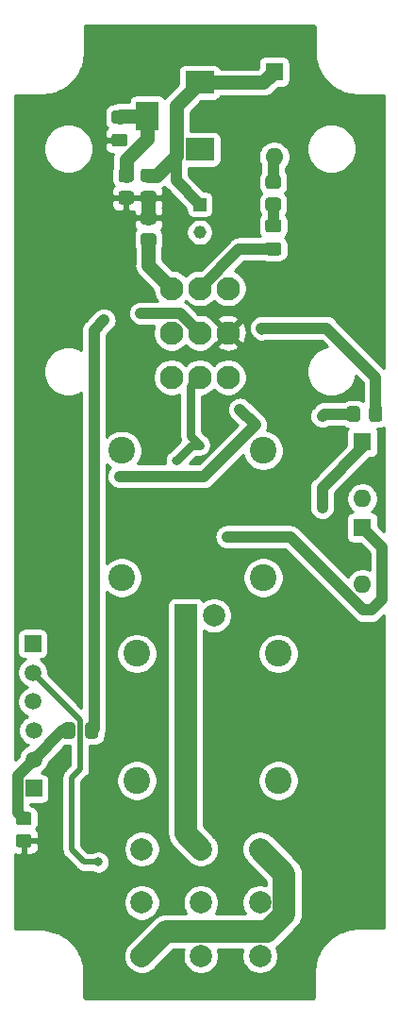
<source format=gbr>
%TF.GenerationSoftware,KiCad,Pcbnew,5.1.10*%
%TF.CreationDate,2021-09-21T18:47:02-07:00*%
%TF.ProjectId,MainBoard,4d61696e-426f-4617-9264-2e6b69636164,rev?*%
%TF.SameCoordinates,Original*%
%TF.FileFunction,Copper,L1,Top*%
%TF.FilePolarity,Positive*%
%FSLAX46Y46*%
G04 Gerber Fmt 4.6, Leading zero omitted, Abs format (unit mm)*
G04 Created by KiCad (PCBNEW 5.1.10) date 2021-09-21 18:47:02*
%MOMM*%
%LPD*%
G01*
G04 APERTURE LIST*
%TA.AperFunction,ComponentPad*%
%ADD10R,1.500000X1.500000*%
%TD*%
%TA.AperFunction,ComponentPad*%
%ADD11C,1.500000*%
%TD*%
%TA.AperFunction,ComponentPad*%
%ADD12O,1.600000X1.600000*%
%TD*%
%TA.AperFunction,ComponentPad*%
%ADD13R,1.600000X1.600000*%
%TD*%
%TA.AperFunction,ComponentPad*%
%ADD14C,2.000000*%
%TD*%
%TA.AperFunction,ComponentPad*%
%ADD15C,2.100000*%
%TD*%
%TA.AperFunction,ComponentPad*%
%ADD16R,2.600000X2.000000*%
%TD*%
%TA.AperFunction,ComponentPad*%
%ADD17R,2.000000X2.600000*%
%TD*%
%TA.AperFunction,ComponentPad*%
%ADD18C,2.400000*%
%TD*%
%TA.AperFunction,ComponentPad*%
%ADD19C,1.150000*%
%TD*%
%TA.AperFunction,ComponentPad*%
%ADD20R,1.150000X1.150000*%
%TD*%
%TA.AperFunction,ComponentPad*%
%ADD21R,2.000000X2.000000*%
%TD*%
%TA.AperFunction,ViaPad*%
%ADD22C,0.800000*%
%TD*%
%TA.AperFunction,Conductor*%
%ADD23C,1.000000*%
%TD*%
%TA.AperFunction,Conductor*%
%ADD24C,0.750000*%
%TD*%
%TA.AperFunction,Conductor*%
%ADD25C,1.250000*%
%TD*%
%TA.AperFunction,Conductor*%
%ADD26C,0.500000*%
%TD*%
%TA.AperFunction,Conductor*%
%ADD27C,2.000000*%
%TD*%
%TA.AperFunction,Conductor*%
%ADD28C,0.254000*%
%TD*%
%TA.AperFunction,Conductor*%
%ADD29C,0.100000*%
%TD*%
G04 APERTURE END LIST*
D10*
%TO.P,Q1,1*%
%TO.N,/drive/IN*%
X85000000Y-111800000D03*
D11*
%TO.P,Q1,3*%
%TO.N,+9V*%
X85000000Y-117000000D03*
%TO.P,Q1,2*%
%TO.N,Net-(Q1-Pad2)*%
X85000000Y-114400000D03*
%TD*%
D10*
%TO.P,Q2,1*%
%TO.N,Net-(Q2-Pad1)*%
X85100000Y-124800000D03*
D11*
%TO.P,Q2,3*%
%TO.N,+9V*%
X85100000Y-119600000D03*
%TO.P,Q2,2*%
%TO.N,Net-(C10-Pad1)*%
X85100000Y-122200000D03*
%TD*%
D12*
%TO.P,D2,2*%
%TO.N,Net-(C3-Pad1)*%
X114600000Y-98800000D03*
D13*
%TO.P,D2,1*%
%TO.N,Net-(C4-Pad2)*%
X114600000Y-93720000D03*
%TD*%
D14*
%TO.P,SW1,7*%
%TO.N,/EFFECT_OUT*%
X94800000Y-130226400D03*
%TO.P,SW1,9*%
%TO.N,/PassThru*%
X94800000Y-139826400D03*
%TO.P,SW1,8*%
%TO.N,/SIG_OUT*%
X94800000Y-135026400D03*
%TO.P,SW1,1*%
%TO.N,/PassThru*%
X105400000Y-130226400D03*
%TO.P,SW1,3*%
%TO.N,Net-(SW1-Pad3)*%
X105400000Y-139826400D03*
%TO.P,SW1,2*%
%TO.N,/SIG_IN*%
X105400000Y-135026400D03*
%TO.P,SW1,4*%
%TO.N,Net-(D4-Pad1)*%
X100100000Y-130225800D03*
%TO.P,SW1,5*%
%TO.N,0*%
X100100000Y-135026400D03*
%TO.P,SW1,6*%
%TO.N,Net-(SW1-Pad3)*%
X100100000Y-139827000D03*
%TD*%
D15*
%TO.P,R21,3*%
%TO.N,VCC*%
X102540000Y-83921600D03*
%TO.P,R21,2*%
%TO.N,Net-(C10-Pad2)*%
X100000000Y-83921600D03*
%TO.P,R21,1*%
%TO.N,Net-(R18-Pad1)*%
X97460000Y-83921600D03*
%TD*%
%TO.P,R20,3*%
%TO.N,Net-(IC1-Pad6)*%
X102540000Y-79933800D03*
%TO.P,R20,2*%
%TO.N,Net-(C9-Pad2)*%
X100000000Y-79933800D03*
%TO.P,R20,1*%
%TO.N,/tone/IN*%
X97460000Y-79933800D03*
%TD*%
%TO.P,R19,3*%
%TO.N,Net-(R19-Pad3)*%
X102540000Y-87909400D03*
%TO.P,R19,2*%
%TO.N,Net-(C4-Pad2)*%
X100000000Y-87909400D03*
%TO.P,R19,1*%
%TO.N,N/C*%
X97460000Y-87909400D03*
%TD*%
D16*
%TO.P,J3,2*%
%TO.N,+9V*%
X99999800Y-61465200D03*
%TO.P,J3,1*%
%TO.N,0*%
X99999800Y-67465200D03*
D17*
%TO.P,J3,3*%
X95299800Y-64465200D03*
%TD*%
D18*
%TO.P,J2,T*%
%TO.N,/SIG_OUT*%
X105689400Y-105877600D03*
%TO.P,J2,S*%
%TO.N,0*%
X92989400Y-105877600D03*
%TO.P,J2,TN*%
X105689400Y-94477600D03*
%TO.P,J2,SN*%
X92989400Y-94477600D03*
%TD*%
%TO.P,J1,T*%
%TO.N,/PassThru*%
X94335600Y-112689400D03*
%TO.P,J1,S*%
%TO.N,0*%
X107035600Y-112689400D03*
%TO.P,J1,TN*%
X94335600Y-124089400D03*
%TO.P,J1,SN*%
X107035600Y-124089400D03*
%TD*%
D19*
%TO.P,C12,2*%
%TO.N,0*%
X100000000Y-74900000D03*
D20*
%TO.P,C12,1*%
%TO.N,+9V*%
X100000000Y-72400000D03*
%TD*%
%TO.P,R18,2*%
%TO.N,Net-(C8-Pad2)*%
%TA.AperFunction,SMDPad,CuDef*%
G36*
G01*
X114400000Y-90749999D02*
X114400000Y-91650001D01*
G75*
G02*
X114150001Y-91900000I-249999J0D01*
G01*
X113449999Y-91900000D01*
G75*
G02*
X113200000Y-91650001I0J249999D01*
G01*
X113200000Y-90749999D01*
G75*
G02*
X113449999Y-90500000I249999J0D01*
G01*
X114150001Y-90500000D01*
G75*
G02*
X114400000Y-90749999I0J-249999D01*
G01*
G37*
%TD.AperFunction*%
%TO.P,R18,1*%
%TO.N,Net-(R18-Pad1)*%
%TA.AperFunction,SMDPad,CuDef*%
G36*
G01*
X116400000Y-90749999D02*
X116400000Y-91650001D01*
G75*
G02*
X116150001Y-91900000I-249999J0D01*
G01*
X115449999Y-91900000D01*
G75*
G02*
X115200000Y-91650001I0J249999D01*
G01*
X115200000Y-90749999D01*
G75*
G02*
X115449999Y-90500000I249999J0D01*
G01*
X116150001Y-90500000D01*
G75*
G02*
X116400000Y-90749999I0J-249999D01*
G01*
G37*
%TD.AperFunction*%
%TD*%
%TO.P,R16,2*%
%TO.N,/tone/IN*%
%TA.AperFunction,SMDPad,CuDef*%
G36*
G01*
X94949999Y-75000000D02*
X95850001Y-75000000D01*
G75*
G02*
X96100000Y-75249999I0J-249999D01*
G01*
X96100000Y-75950001D01*
G75*
G02*
X95850001Y-76200000I-249999J0D01*
G01*
X94949999Y-76200000D01*
G75*
G02*
X94700000Y-75950001I0J249999D01*
G01*
X94700000Y-75249999D01*
G75*
G02*
X94949999Y-75000000I249999J0D01*
G01*
G37*
%TD.AperFunction*%
%TO.P,R16,1*%
%TO.N,VCC*%
%TA.AperFunction,SMDPad,CuDef*%
G36*
G01*
X94949999Y-73000000D02*
X95850001Y-73000000D01*
G75*
G02*
X96100000Y-73249999I0J-249999D01*
G01*
X96100000Y-73950001D01*
G75*
G02*
X95850001Y-74200000I-249999J0D01*
G01*
X94949999Y-74200000D01*
G75*
G02*
X94700000Y-73950001I0J249999D01*
G01*
X94700000Y-73249999D01*
G75*
G02*
X94949999Y-73000000I249999J0D01*
G01*
G37*
%TD.AperFunction*%
%TD*%
%TO.P,R12,2*%
%TO.N,Net-(C10-Pad1)*%
%TA.AperFunction,SMDPad,CuDef*%
G36*
G01*
X84650001Y-128100000D02*
X83749999Y-128100000D01*
G75*
G02*
X83500000Y-127850001I0J249999D01*
G01*
X83500000Y-127149999D01*
G75*
G02*
X83749999Y-126900000I249999J0D01*
G01*
X84650001Y-126900000D01*
G75*
G02*
X84900000Y-127149999I0J-249999D01*
G01*
X84900000Y-127850001D01*
G75*
G02*
X84650001Y-128100000I-249999J0D01*
G01*
G37*
%TD.AperFunction*%
%TO.P,R12,1*%
%TO.N,VCC*%
%TA.AperFunction,SMDPad,CuDef*%
G36*
G01*
X84650001Y-130100000D02*
X83749999Y-130100000D01*
G75*
G02*
X83500000Y-129850001I0J249999D01*
G01*
X83500000Y-129149999D01*
G75*
G02*
X83749999Y-128900000I249999J0D01*
G01*
X84650001Y-128900000D01*
G75*
G02*
X84900000Y-129149999I0J-249999D01*
G01*
X84900000Y-129850001D01*
G75*
G02*
X84650001Y-130100000I-249999J0D01*
G01*
G37*
%TD.AperFunction*%
%TD*%
%TO.P,R11,2*%
%TO.N,0*%
%TA.AperFunction,SMDPad,CuDef*%
G36*
G01*
X107050001Y-71000000D02*
X106149999Y-71000000D01*
G75*
G02*
X105900000Y-70750001I0J249999D01*
G01*
X105900000Y-70049999D01*
G75*
G02*
X106149999Y-69800000I249999J0D01*
G01*
X107050001Y-69800000D01*
G75*
G02*
X107300000Y-70049999I0J-249999D01*
G01*
X107300000Y-70750001D01*
G75*
G02*
X107050001Y-71000000I-249999J0D01*
G01*
G37*
%TD.AperFunction*%
%TO.P,R11,1*%
%TO.N,Net-(C9-Pad1)*%
%TA.AperFunction,SMDPad,CuDef*%
G36*
G01*
X107050001Y-73000000D02*
X106149999Y-73000000D01*
G75*
G02*
X105900000Y-72750001I0J249999D01*
G01*
X105900000Y-72049999D01*
G75*
G02*
X106149999Y-71800000I249999J0D01*
G01*
X107050001Y-71800000D01*
G75*
G02*
X107300000Y-72049999I0J-249999D01*
G01*
X107300000Y-72750001D01*
G75*
G02*
X107050001Y-73000000I-249999J0D01*
G01*
G37*
%TD.AperFunction*%
%TD*%
%TO.P,R10,2*%
%TO.N,0*%
%TA.AperFunction,SMDPad,CuDef*%
G36*
G01*
X93850001Y-70400000D02*
X92949999Y-70400000D01*
G75*
G02*
X92700000Y-70150001I0J249999D01*
G01*
X92700000Y-69449999D01*
G75*
G02*
X92949999Y-69200000I249999J0D01*
G01*
X93850001Y-69200000D01*
G75*
G02*
X94100000Y-69449999I0J-249999D01*
G01*
X94100000Y-70150001D01*
G75*
G02*
X93850001Y-70400000I-249999J0D01*
G01*
G37*
%TD.AperFunction*%
%TO.P,R10,1*%
%TO.N,VCC*%
%TA.AperFunction,SMDPad,CuDef*%
G36*
G01*
X93850001Y-72400000D02*
X92949999Y-72400000D01*
G75*
G02*
X92700000Y-72150001I0J249999D01*
G01*
X92700000Y-71449999D01*
G75*
G02*
X92949999Y-71200000I249999J0D01*
G01*
X93850001Y-71200000D01*
G75*
G02*
X94100000Y-71449999I0J-249999D01*
G01*
X94100000Y-72150001D01*
G75*
G02*
X93850001Y-72400000I-249999J0D01*
G01*
G37*
%TD.AperFunction*%
%TD*%
%TO.P,R9,2*%
%TO.N,VCC*%
%TA.AperFunction,SMDPad,CuDef*%
G36*
G01*
X94949999Y-71200000D02*
X95850001Y-71200000D01*
G75*
G02*
X96100000Y-71449999I0J-249999D01*
G01*
X96100000Y-72150001D01*
G75*
G02*
X95850001Y-72400000I-249999J0D01*
G01*
X94949999Y-72400000D01*
G75*
G02*
X94700000Y-72150001I0J249999D01*
G01*
X94700000Y-71449999D01*
G75*
G02*
X94949999Y-71200000I249999J0D01*
G01*
G37*
%TD.AperFunction*%
%TO.P,R9,1*%
%TO.N,+9V*%
%TA.AperFunction,SMDPad,CuDef*%
G36*
G01*
X94949999Y-69200000D02*
X95850001Y-69200000D01*
G75*
G02*
X96100000Y-69449999I0J-249999D01*
G01*
X96100000Y-70150001D01*
G75*
G02*
X95850001Y-70400000I-249999J0D01*
G01*
X94949999Y-70400000D01*
G75*
G02*
X94700000Y-70150001I0J249999D01*
G01*
X94700000Y-69449999D01*
G75*
G02*
X94949999Y-69200000I249999J0D01*
G01*
G37*
%TD.AperFunction*%
%TD*%
D12*
%TO.P,D5,2*%
%TO.N,0*%
X106680000Y-68122800D03*
D13*
%TO.P,D5,1*%
%TO.N,+9V*%
X106680000Y-60502800D03*
%TD*%
D21*
%TO.P,D4,1*%
%TO.N,Net-(D4-Pad1)*%
X98730000Y-109283560D03*
D14*
%TO.P,D4,2*%
%TO.N,Net-(D4-Pad2)*%
X101270000Y-109283560D03*
%TD*%
D12*
%TO.P,D1,2*%
%TO.N,Net-(C4-Pad2)*%
X114600000Y-106480000D03*
D13*
%TO.P,D1,1*%
%TO.N,Net-(C3-Pad1)*%
X114600000Y-101400000D03*
%TD*%
%TO.P,C10,2*%
%TO.N,Net-(C10-Pad2)*%
%TA.AperFunction,SMDPad,CuDef*%
G36*
G01*
X89712500Y-120075000D02*
X89712500Y-119125000D01*
G75*
G02*
X89962500Y-118875000I250000J0D01*
G01*
X90637500Y-118875000D01*
G75*
G02*
X90887500Y-119125000I0J-250000D01*
G01*
X90887500Y-120075000D01*
G75*
G02*
X90637500Y-120325000I-250000J0D01*
G01*
X89962500Y-120325000D01*
G75*
G02*
X89712500Y-120075000I0J250000D01*
G01*
G37*
%TD.AperFunction*%
%TO.P,C10,1*%
%TO.N,Net-(C10-Pad1)*%
%TA.AperFunction,SMDPad,CuDef*%
G36*
G01*
X87637500Y-120075000D02*
X87637500Y-119125000D01*
G75*
G02*
X87887500Y-118875000I250000J0D01*
G01*
X88562500Y-118875000D01*
G75*
G02*
X88812500Y-119125000I0J-250000D01*
G01*
X88812500Y-120075000D01*
G75*
G02*
X88562500Y-120325000I-250000J0D01*
G01*
X87887500Y-120325000D01*
G75*
G02*
X87637500Y-120075000I0J250000D01*
G01*
G37*
%TD.AperFunction*%
%TD*%
%TO.P,C9,2*%
%TO.N,Net-(C9-Pad2)*%
%TA.AperFunction,SMDPad,CuDef*%
G36*
G01*
X106125000Y-75812500D02*
X107075000Y-75812500D01*
G75*
G02*
X107325000Y-76062500I0J-250000D01*
G01*
X107325000Y-76737500D01*
G75*
G02*
X107075000Y-76987500I-250000J0D01*
G01*
X106125000Y-76987500D01*
G75*
G02*
X105875000Y-76737500I0J250000D01*
G01*
X105875000Y-76062500D01*
G75*
G02*
X106125000Y-75812500I250000J0D01*
G01*
G37*
%TD.AperFunction*%
%TO.P,C9,1*%
%TO.N,Net-(C9-Pad1)*%
%TA.AperFunction,SMDPad,CuDef*%
G36*
G01*
X106125000Y-73737500D02*
X107075000Y-73737500D01*
G75*
G02*
X107325000Y-73987500I0J-250000D01*
G01*
X107325000Y-74662500D01*
G75*
G02*
X107075000Y-74912500I-250000J0D01*
G01*
X106125000Y-74912500D01*
G75*
G02*
X105875000Y-74662500I0J250000D01*
G01*
X105875000Y-73987500D01*
G75*
G02*
X106125000Y-73737500I250000J0D01*
G01*
G37*
%TD.AperFunction*%
%TD*%
%TO.P,C7,2*%
%TO.N,0*%
%TA.AperFunction,SMDPad,CuDef*%
G36*
G01*
X93275000Y-65150000D02*
X92325000Y-65150000D01*
G75*
G02*
X92075000Y-64900000I0J250000D01*
G01*
X92075000Y-64225000D01*
G75*
G02*
X92325000Y-63975000I250000J0D01*
G01*
X93275000Y-63975000D01*
G75*
G02*
X93525000Y-64225000I0J-250000D01*
G01*
X93525000Y-64900000D01*
G75*
G02*
X93275000Y-65150000I-250000J0D01*
G01*
G37*
%TD.AperFunction*%
%TO.P,C7,1*%
%TO.N,VCC*%
%TA.AperFunction,SMDPad,CuDef*%
G36*
G01*
X93275000Y-67225000D02*
X92325000Y-67225000D01*
G75*
G02*
X92075000Y-66975000I0J250000D01*
G01*
X92075000Y-66300000D01*
G75*
G02*
X92325000Y-66050000I250000J0D01*
G01*
X93275000Y-66050000D01*
G75*
G02*
X93525000Y-66300000I0J-250000D01*
G01*
X93525000Y-66975000D01*
G75*
G02*
X93275000Y-67225000I-250000J0D01*
G01*
G37*
%TD.AperFunction*%
%TD*%
D22*
%TO.N,Net-(C3-Pad1)*%
X102462510Y-102225010D03*
%TO.N,Net-(C4-Pad2)*%
X97900000Y-95400000D03*
X100000000Y-94000000D03*
X111000000Y-99600000D03*
%TO.N,VCC*%
X113700000Y-75500000D03*
X99800000Y-104000000D03*
X89400000Y-134200000D03*
%TO.N,Net-(C8-Pad2)*%
X111000000Y-91400000D03*
%TO.N,+9V*%
X103600000Y-90800000D03*
X92800000Y-96800000D03*
%TO.N,Net-(Q1-Pad2)*%
X90900000Y-131400000D03*
%TO.N,Net-(C10-Pad2)*%
X91400000Y-82800000D03*
X94728401Y-82171599D03*
%TO.N,Net-(R18-Pad1)*%
X105551602Y-83500000D03*
%TD*%
D23*
%TO.N,Net-(C3-Pad1)*%
X116400000Y-107800000D02*
X116400000Y-103200000D01*
X115400000Y-108800000D02*
X116400000Y-107800000D01*
X114699998Y-108800000D02*
X115400000Y-108800000D01*
X108125008Y-102225010D02*
X114699998Y-108800000D01*
X116400000Y-103200000D02*
X114600000Y-101400000D01*
X102462510Y-102225010D02*
X108125008Y-102225010D01*
%TO.N,Net-(C4-Pad2)*%
X100000000Y-87909400D02*
X99690600Y-87909400D01*
D24*
X99300000Y-94000000D02*
X97900000Y-95400000D01*
X100000000Y-94000000D02*
X99300000Y-94000000D01*
X99200000Y-88709400D02*
X99200000Y-93200000D01*
X99200000Y-93200000D02*
X100000000Y-94000000D01*
X100000000Y-87909400D02*
X99200000Y-88709400D01*
D23*
X111000000Y-97800000D02*
X111000000Y-99600000D01*
X114600000Y-94200000D02*
X111000000Y-97800000D01*
X114600000Y-93720000D02*
X114600000Y-94200000D01*
D25*
%TO.N,0*%
X92897300Y-64465200D02*
X92800000Y-64562500D01*
X95299800Y-64465200D02*
X92897300Y-64465200D01*
X95299800Y-66470496D02*
X95299800Y-64465200D01*
X93400000Y-68370296D02*
X95299800Y-66470496D01*
X93400000Y-69800000D02*
X93400000Y-68370296D01*
D23*
X106600000Y-68202800D02*
X106680000Y-68122800D01*
X106600000Y-70400000D02*
X106600000Y-68202800D01*
D25*
%TO.N,/tone/IN*%
X95400000Y-77873800D02*
X97460000Y-79933800D01*
X95400000Y-75600000D02*
X95400000Y-77873800D01*
%TO.N,VCC*%
X95400000Y-71800000D02*
X95400000Y-73600000D01*
D23*
%TO.N,Net-(C8-Pad2)*%
X111200000Y-91200000D02*
X111000000Y-91400000D01*
X113800000Y-91200000D02*
X111200000Y-91200000D01*
%TO.N,Net-(C9-Pad1)*%
X106600000Y-74325000D02*
X106600000Y-72400000D01*
%TO.N,Net-(C10-Pad1)*%
X87700000Y-119600000D02*
X85100000Y-122200000D01*
X88225000Y-119600000D02*
X87700000Y-119600000D01*
X83649999Y-126949999D02*
X84200000Y-127500000D01*
X83649999Y-123650001D02*
X83649999Y-126949999D01*
X85100000Y-122200000D02*
X83649999Y-123650001D01*
D25*
%TO.N,+9V*%
X105717600Y-61465200D02*
X106680000Y-60502800D01*
X99999800Y-61465200D02*
X105717600Y-61465200D01*
X97874799Y-63590201D02*
X99999800Y-61465200D01*
X97874799Y-68025201D02*
X97874799Y-63590201D01*
X96100000Y-69800000D02*
X97874799Y-68025201D01*
X95400000Y-69800000D02*
X96100000Y-69800000D01*
D23*
X97874799Y-70274799D02*
X97874799Y-68025201D01*
X100000000Y-72400000D02*
X97874799Y-70274799D01*
X103600000Y-90800000D02*
X105000000Y-92200000D01*
X105000000Y-92200000D02*
X100400000Y-96800000D01*
X100400000Y-96800000D02*
X92800000Y-96800000D01*
D26*
%TO.N,Net-(Q1-Pad2)*%
X89600000Y-131400000D02*
X90900000Y-131400000D01*
X88500000Y-130300000D02*
X89600000Y-131400000D01*
X89262500Y-123037500D02*
X88500000Y-123800000D01*
X88500000Y-123800000D02*
X88500000Y-130300000D01*
X89298767Y-118798767D02*
X89262500Y-118835034D01*
X89262500Y-118835034D02*
X89262500Y-123037500D01*
X89298767Y-118698767D02*
X89298767Y-118798767D01*
X85000000Y-114400000D02*
X89298767Y-118698767D01*
D23*
%TO.N,Net-(C9-Pad2)*%
X103533800Y-76400000D02*
X100000000Y-79933800D01*
X106600000Y-76400000D02*
X103533800Y-76400000D01*
%TO.N,Net-(C10-Pad2)*%
X98224599Y-82171599D02*
X100000000Y-83947000D01*
X90511282Y-119388718D02*
X90511282Y-83688718D01*
X90300000Y-119600000D02*
X90511282Y-119388718D01*
X90511282Y-83688718D02*
X91400000Y-82800000D01*
X94728401Y-82171599D02*
X98224599Y-82171599D01*
%TO.N,Net-(R18-Pad1)*%
X111400000Y-83500000D02*
X115800000Y-87900000D01*
D24*
X105551602Y-83681654D02*
X105551602Y-83500000D01*
D23*
X105551602Y-83500000D02*
X111400000Y-83500000D01*
X115800000Y-87900000D02*
X115800000Y-91200000D01*
D27*
%TO.N,Net-(D4-Pad1)*%
X98730000Y-128855800D02*
X100100000Y-130225800D01*
X98730000Y-109283560D02*
X98730000Y-128855800D01*
%TO.N,/PassThru*%
X97000001Y-137626399D02*
X94800000Y-139826400D01*
X106056003Y-137626399D02*
X97000001Y-137626399D01*
X107600001Y-132426401D02*
X107600001Y-136082401D01*
X107600001Y-136082401D02*
X106056003Y-137626399D01*
X105400000Y-130226400D02*
X107600001Y-132426401D01*
%TD*%
D28*
%TO.N,VCC*%
X110262308Y-56389723D02*
X110273787Y-56393201D01*
X110284389Y-56398866D01*
X110293585Y-56406412D01*
X110301133Y-56415611D01*
X110306798Y-56426214D01*
X110310276Y-56437690D01*
X110315001Y-56485735D01*
X110315000Y-58736104D01*
X110318242Y-58769023D01*
X110318103Y-58788955D01*
X110319104Y-58799168D01*
X110384385Y-59420277D01*
X110397791Y-59485584D01*
X110410264Y-59550970D01*
X110413229Y-59560795D01*
X110597908Y-60157395D01*
X110623746Y-60218862D01*
X110648679Y-60280573D01*
X110653496Y-60289634D01*
X110950538Y-60839001D01*
X110987798Y-60894240D01*
X111024267Y-60949971D01*
X111030753Y-60957924D01*
X111428844Y-61439133D01*
X111476134Y-61486094D01*
X111522722Y-61533668D01*
X111530629Y-61540210D01*
X112014605Y-61934931D01*
X112070113Y-61971811D01*
X112125059Y-62009433D01*
X112134086Y-62014315D01*
X112685514Y-62307514D01*
X112747141Y-62332915D01*
X112808334Y-62359142D01*
X112818137Y-62362177D01*
X113416012Y-62542686D01*
X113481411Y-62555635D01*
X113546520Y-62569475D01*
X113556726Y-62570548D01*
X114178276Y-62631492D01*
X114213894Y-62635000D01*
X116464284Y-62635000D01*
X116512308Y-62639723D01*
X116523787Y-62643201D01*
X116534389Y-62648866D01*
X116543585Y-62656412D01*
X116551133Y-62665611D01*
X116556798Y-62676214D01*
X116560276Y-62687690D01*
X116565001Y-62735735D01*
X116565000Y-87059535D01*
X116563146Y-87058013D01*
X112241996Y-82736865D01*
X112206449Y-82693551D01*
X112033623Y-82551716D01*
X111836447Y-82446324D01*
X111622499Y-82381423D01*
X111455752Y-82365000D01*
X111455751Y-82365000D01*
X111400000Y-82359509D01*
X111344249Y-82365000D01*
X105495850Y-82365000D01*
X105329103Y-82381423D01*
X105115155Y-82446324D01*
X104917979Y-82551716D01*
X104745153Y-82693551D01*
X104603318Y-82866377D01*
X104497926Y-83063553D01*
X104433025Y-83277501D01*
X104411111Y-83500000D01*
X104433025Y-83722499D01*
X104497926Y-83936447D01*
X104603318Y-84133623D01*
X104745153Y-84306449D01*
X104783826Y-84338187D01*
X104833969Y-84399287D01*
X104987762Y-84525501D01*
X105163222Y-84619286D01*
X105353608Y-84677039D01*
X105551602Y-84696540D01*
X105749595Y-84677039D01*
X105888179Y-84635000D01*
X110929869Y-84635000D01*
X111472004Y-85177135D01*
X111145408Y-85242100D01*
X110737000Y-85411268D01*
X110369443Y-85656861D01*
X110056861Y-85969443D01*
X109811268Y-86337000D01*
X109642100Y-86745408D01*
X109555858Y-87178971D01*
X109555858Y-87621029D01*
X109642100Y-88054592D01*
X109811268Y-88463000D01*
X110056861Y-88830557D01*
X110369443Y-89143139D01*
X110737000Y-89388732D01*
X111145408Y-89557900D01*
X111578971Y-89644142D01*
X112021029Y-89644142D01*
X112454592Y-89557900D01*
X112863000Y-89388732D01*
X113230557Y-89143139D01*
X113543139Y-88830557D01*
X113788732Y-88463000D01*
X113957900Y-88054592D01*
X114022864Y-87727997D01*
X114665000Y-88370133D01*
X114665001Y-90029333D01*
X114643387Y-90011595D01*
X114489851Y-89929528D01*
X114323255Y-89878992D01*
X114150001Y-89861928D01*
X113449999Y-89861928D01*
X113276745Y-89878992D01*
X113110149Y-89929528D01*
X112956613Y-90011595D01*
X112891539Y-90065000D01*
X111255752Y-90065000D01*
X111200000Y-90059509D01*
X111144249Y-90065000D01*
X111144248Y-90065000D01*
X110977501Y-90081423D01*
X110763553Y-90146324D01*
X110566377Y-90251716D01*
X110393551Y-90393551D01*
X110358007Y-90436861D01*
X110158012Y-90636857D01*
X110051717Y-90766378D01*
X109946324Y-90963554D01*
X109881423Y-91177502D01*
X109859509Y-91400000D01*
X109881423Y-91622498D01*
X109946324Y-91836446D01*
X110051717Y-92033622D01*
X110193552Y-92206448D01*
X110366378Y-92348283D01*
X110563554Y-92453676D01*
X110777502Y-92518577D01*
X111000000Y-92540491D01*
X111222498Y-92518577D01*
X111436446Y-92453676D01*
X111633622Y-92348283D01*
X111649807Y-92335000D01*
X112891539Y-92335000D01*
X112956613Y-92388405D01*
X113110149Y-92470472D01*
X113276745Y-92521008D01*
X113303795Y-92523672D01*
X113269463Y-92565506D01*
X113210498Y-92675820D01*
X113174188Y-92795518D01*
X113161928Y-92920000D01*
X113161928Y-94032940D01*
X110236865Y-96958004D01*
X110193551Y-96993551D01*
X110051716Y-97166377D01*
X109946325Y-97363553D01*
X109946324Y-97363554D01*
X109881423Y-97577502D01*
X109859509Y-97800000D01*
X109865000Y-97855751D01*
X109865000Y-99655752D01*
X109881424Y-99822499D01*
X109946325Y-100036447D01*
X110051717Y-100233623D01*
X110193552Y-100406449D01*
X110366378Y-100548284D01*
X110563554Y-100653676D01*
X110777502Y-100718577D01*
X111000000Y-100740491D01*
X111222499Y-100718577D01*
X111436447Y-100653676D01*
X111633623Y-100548284D01*
X111806449Y-100406449D01*
X111948284Y-100233623D01*
X112053676Y-100036447D01*
X112118577Y-99822499D01*
X112135000Y-99655752D01*
X112135000Y-98270131D01*
X115247060Y-95158072D01*
X115400000Y-95158072D01*
X115524482Y-95145812D01*
X115644180Y-95109502D01*
X115754494Y-95050537D01*
X115851185Y-94971185D01*
X115930537Y-94874494D01*
X115989502Y-94764180D01*
X116025812Y-94644482D01*
X116038072Y-94520000D01*
X116038072Y-92920000D01*
X116025812Y-92795518D01*
X115989502Y-92675820D01*
X115930537Y-92565506D01*
X115908023Y-92538072D01*
X116150001Y-92538072D01*
X116323255Y-92521008D01*
X116489851Y-92470472D01*
X116565000Y-92430304D01*
X116565000Y-101759868D01*
X116038072Y-101232941D01*
X116038072Y-100600000D01*
X116025812Y-100475518D01*
X115989502Y-100355820D01*
X115930537Y-100245506D01*
X115851185Y-100148815D01*
X115754494Y-100069463D01*
X115644180Y-100010498D01*
X115524482Y-99974188D01*
X115438333Y-99965703D01*
X115514759Y-99914637D01*
X115714637Y-99714759D01*
X115871680Y-99479727D01*
X115979853Y-99218574D01*
X116035000Y-98941335D01*
X116035000Y-98658665D01*
X115979853Y-98381426D01*
X115871680Y-98120273D01*
X115714637Y-97885241D01*
X115514759Y-97685363D01*
X115279727Y-97528320D01*
X115018574Y-97420147D01*
X114741335Y-97365000D01*
X114458665Y-97365000D01*
X114181426Y-97420147D01*
X113920273Y-97528320D01*
X113685241Y-97685363D01*
X113485363Y-97885241D01*
X113328320Y-98120273D01*
X113220147Y-98381426D01*
X113165000Y-98658665D01*
X113165000Y-98941335D01*
X113220147Y-99218574D01*
X113328320Y-99479727D01*
X113485363Y-99714759D01*
X113685241Y-99914637D01*
X113761667Y-99965703D01*
X113675518Y-99974188D01*
X113555820Y-100010498D01*
X113445506Y-100069463D01*
X113348815Y-100148815D01*
X113269463Y-100245506D01*
X113210498Y-100355820D01*
X113174188Y-100475518D01*
X113161928Y-100600000D01*
X113161928Y-102200000D01*
X113174188Y-102324482D01*
X113210498Y-102444180D01*
X113269463Y-102554494D01*
X113348815Y-102651185D01*
X113445506Y-102730537D01*
X113555820Y-102789502D01*
X113675518Y-102825812D01*
X113800000Y-102838072D01*
X114432941Y-102838072D01*
X115265001Y-103670133D01*
X115265001Y-105202220D01*
X115018574Y-105100147D01*
X114741335Y-105045000D01*
X114458665Y-105045000D01*
X114181426Y-105100147D01*
X113920273Y-105208320D01*
X113685241Y-105365363D01*
X113485363Y-105565241D01*
X113328320Y-105800273D01*
X113321608Y-105816478D01*
X108967004Y-101461875D01*
X108931457Y-101418561D01*
X108758631Y-101276726D01*
X108561455Y-101171334D01*
X108347507Y-101106433D01*
X108180760Y-101090010D01*
X108180759Y-101090010D01*
X108125008Y-101084519D01*
X108069257Y-101090010D01*
X102406758Y-101090010D01*
X102240011Y-101106433D01*
X102026063Y-101171334D01*
X101828887Y-101276726D01*
X101656061Y-101418561D01*
X101514226Y-101591387D01*
X101408834Y-101788563D01*
X101343933Y-102002511D01*
X101322019Y-102225010D01*
X101343933Y-102447509D01*
X101408834Y-102661457D01*
X101514226Y-102858633D01*
X101656061Y-103031459D01*
X101828887Y-103173294D01*
X102026063Y-103278686D01*
X102240011Y-103343587D01*
X102406758Y-103360010D01*
X107654877Y-103360010D01*
X113858007Y-109563141D01*
X113893549Y-109606449D01*
X114066375Y-109748284D01*
X114263551Y-109853676D01*
X114477499Y-109918577D01*
X114699997Y-109940491D01*
X114755749Y-109935000D01*
X115344249Y-109935000D01*
X115400000Y-109940491D01*
X115455751Y-109935000D01*
X115455752Y-109935000D01*
X115622499Y-109918577D01*
X115836447Y-109853676D01*
X116033623Y-109748284D01*
X116206449Y-109606449D01*
X116241995Y-109563136D01*
X116565000Y-109240132D01*
X116564999Y-137214284D01*
X116560276Y-137262309D01*
X116556798Y-137273785D01*
X116551133Y-137284388D01*
X116543585Y-137293587D01*
X116534389Y-137301133D01*
X116523787Y-137306798D01*
X116512308Y-137310276D01*
X116464274Y-137315000D01*
X114213895Y-137315000D01*
X114180943Y-137318245D01*
X114160696Y-137318104D01*
X114150483Y-137319105D01*
X113519669Y-137385406D01*
X113454362Y-137398812D01*
X113388976Y-137411285D01*
X113379151Y-137414250D01*
X112773228Y-137601816D01*
X112711813Y-137627633D01*
X112650052Y-137652586D01*
X112640991Y-137657403D01*
X112083039Y-137959086D01*
X112027784Y-137996356D01*
X111972069Y-138032815D01*
X111964116Y-138039301D01*
X111475388Y-138443612D01*
X111428411Y-138490918D01*
X111380853Y-138537490D01*
X111374311Y-138545397D01*
X110973422Y-139036935D01*
X110936543Y-139092443D01*
X110898921Y-139147388D01*
X110894040Y-139156415D01*
X110596259Y-139716459D01*
X110570861Y-139778079D01*
X110544630Y-139839280D01*
X110541596Y-139849079D01*
X110541596Y-139849081D01*
X110541595Y-139849083D01*
X110358266Y-140456300D01*
X110345323Y-140521668D01*
X110331477Y-140586809D01*
X110330404Y-140597015D01*
X110268508Y-141228276D01*
X110268508Y-141228287D01*
X110265001Y-141263895D01*
X110265000Y-143514274D01*
X110260276Y-143562309D01*
X110256798Y-143573785D01*
X110251133Y-143584388D01*
X110243585Y-143593587D01*
X110234389Y-143601133D01*
X110223787Y-143606798D01*
X110212308Y-143610276D01*
X110164274Y-143615000D01*
X89735725Y-143615000D01*
X89687690Y-143610276D01*
X89676214Y-143606798D01*
X89665611Y-143601133D01*
X89656412Y-143593585D01*
X89648866Y-143584389D01*
X89643201Y-143573787D01*
X89639723Y-143562308D01*
X89634999Y-143514274D01*
X89634999Y-141263895D01*
X89631761Y-141231018D01*
X89631898Y-141211394D01*
X89630897Y-141201181D01*
X89566636Y-140589777D01*
X89553235Y-140524493D01*
X89540758Y-140459085D01*
X89537792Y-140449260D01*
X89355999Y-139861981D01*
X89341043Y-139826400D01*
X93157089Y-139826400D01*
X93165000Y-139906719D01*
X93165000Y-139987433D01*
X93180747Y-140066601D01*
X93188658Y-140146916D01*
X93212084Y-140224143D01*
X93227832Y-140303312D01*
X93258721Y-140377883D01*
X93282148Y-140455114D01*
X93320194Y-140526292D01*
X93351082Y-140600863D01*
X93395926Y-140667976D01*
X93433970Y-140739152D01*
X93485169Y-140801538D01*
X93530013Y-140868652D01*
X93587089Y-140925728D01*
X93638287Y-140988113D01*
X93700672Y-141039311D01*
X93757748Y-141096387D01*
X93824862Y-141141231D01*
X93887248Y-141192430D01*
X93958424Y-141230474D01*
X94025537Y-141275318D01*
X94100108Y-141306206D01*
X94171286Y-141344252D01*
X94248517Y-141367679D01*
X94323088Y-141398568D01*
X94402257Y-141414316D01*
X94479484Y-141437742D01*
X94559799Y-141445653D01*
X94638967Y-141461400D01*
X94719681Y-141461400D01*
X94800000Y-141469311D01*
X94880319Y-141461400D01*
X94961033Y-141461400D01*
X95040201Y-141445653D01*
X95120516Y-141437742D01*
X95197743Y-141414316D01*
X95276912Y-141398568D01*
X95351483Y-141367679D01*
X95428714Y-141344252D01*
X95499892Y-141306206D01*
X95574463Y-141275318D01*
X95641576Y-141230474D01*
X95712752Y-141192430D01*
X95775137Y-141141232D01*
X95842252Y-141096387D01*
X96069987Y-140868652D01*
X96069989Y-140868649D01*
X97677240Y-139261399D01*
X98564568Y-139261399D01*
X98527832Y-139350088D01*
X98465000Y-139665967D01*
X98465000Y-139988033D01*
X98527832Y-140303912D01*
X98651082Y-140601463D01*
X98830013Y-140869252D01*
X99057748Y-141096987D01*
X99325537Y-141275918D01*
X99623088Y-141399168D01*
X99938967Y-141462000D01*
X100261033Y-141462000D01*
X100576912Y-141399168D01*
X100874463Y-141275918D01*
X101142252Y-141096987D01*
X101369987Y-140869252D01*
X101548918Y-140601463D01*
X101672168Y-140303912D01*
X101735000Y-139988033D01*
X101735000Y-139665967D01*
X101672168Y-139350088D01*
X101635432Y-139261399D01*
X103864320Y-139261399D01*
X103827832Y-139349488D01*
X103765000Y-139665367D01*
X103765000Y-139987433D01*
X103827832Y-140303312D01*
X103951082Y-140600863D01*
X104130013Y-140868652D01*
X104357748Y-141096387D01*
X104625537Y-141275318D01*
X104923088Y-141398568D01*
X105238967Y-141461400D01*
X105561033Y-141461400D01*
X105876912Y-141398568D01*
X106174463Y-141275318D01*
X106442252Y-141096387D01*
X106669987Y-140868652D01*
X106848918Y-140600863D01*
X106972168Y-140303312D01*
X107035000Y-139987433D01*
X107035000Y-139665367D01*
X106972168Y-139349488D01*
X106850460Y-139055660D01*
X106968755Y-138992430D01*
X107217717Y-138788113D01*
X107268928Y-138725713D01*
X108699319Y-137295322D01*
X108761715Y-137244115D01*
X108966032Y-136995153D01*
X109117853Y-136711116D01*
X109211344Y-136402917D01*
X109235001Y-136162723D01*
X109235001Y-136162721D01*
X109242912Y-136082401D01*
X109235001Y-136002082D01*
X109235001Y-132506720D01*
X109242912Y-132426400D01*
X109227724Y-132272195D01*
X109211344Y-132105885D01*
X109117853Y-131797686D01*
X108966032Y-131513649D01*
X108761715Y-131264687D01*
X108699321Y-131213482D01*
X106669989Y-129184151D01*
X106669987Y-129184148D01*
X106442252Y-128956413D01*
X106375137Y-128911568D01*
X106312752Y-128860370D01*
X106241576Y-128822326D01*
X106174463Y-128777482D01*
X106099892Y-128746594D01*
X106028714Y-128708548D01*
X105951483Y-128685121D01*
X105876912Y-128654232D01*
X105797743Y-128638484D01*
X105720516Y-128615058D01*
X105640201Y-128607147D01*
X105561033Y-128591400D01*
X105480319Y-128591400D01*
X105400000Y-128583489D01*
X105319681Y-128591400D01*
X105238967Y-128591400D01*
X105159799Y-128607147D01*
X105079484Y-128615058D01*
X105002257Y-128638484D01*
X104923088Y-128654232D01*
X104848517Y-128685121D01*
X104771286Y-128708548D01*
X104700108Y-128746594D01*
X104625537Y-128777482D01*
X104558424Y-128822326D01*
X104487248Y-128860370D01*
X104424862Y-128911569D01*
X104357748Y-128956413D01*
X104300672Y-129013489D01*
X104238287Y-129064687D01*
X104187089Y-129127072D01*
X104130013Y-129184148D01*
X104085169Y-129251262D01*
X104033970Y-129313648D01*
X103995926Y-129384824D01*
X103951082Y-129451937D01*
X103920194Y-129526508D01*
X103882148Y-129597686D01*
X103858721Y-129674917D01*
X103827832Y-129749488D01*
X103812084Y-129828657D01*
X103788658Y-129905884D01*
X103780747Y-129986199D01*
X103765000Y-130065367D01*
X103765000Y-130146081D01*
X103757089Y-130226400D01*
X103765000Y-130306719D01*
X103765000Y-130387433D01*
X103780747Y-130466601D01*
X103788658Y-130546916D01*
X103812084Y-130624143D01*
X103827832Y-130703312D01*
X103858721Y-130777883D01*
X103882148Y-130855114D01*
X103920194Y-130926292D01*
X103951082Y-131000863D01*
X103995926Y-131067976D01*
X104033970Y-131139152D01*
X104085168Y-131201537D01*
X104130013Y-131268652D01*
X104357748Y-131496387D01*
X104357751Y-131496389D01*
X105965001Y-133103640D01*
X105965001Y-133490720D01*
X105876912Y-133454232D01*
X105561033Y-133391400D01*
X105238967Y-133391400D01*
X104923088Y-133454232D01*
X104625537Y-133577482D01*
X104357748Y-133756413D01*
X104130013Y-133984148D01*
X103951082Y-134251937D01*
X103827832Y-134549488D01*
X103765000Y-134865367D01*
X103765000Y-135187433D01*
X103827832Y-135503312D01*
X103951082Y-135800863D01*
X104078394Y-135991399D01*
X101421606Y-135991399D01*
X101548918Y-135800863D01*
X101672168Y-135503312D01*
X101735000Y-135187433D01*
X101735000Y-134865367D01*
X101672168Y-134549488D01*
X101548918Y-134251937D01*
X101369987Y-133984148D01*
X101142252Y-133756413D01*
X100874463Y-133577482D01*
X100576912Y-133454232D01*
X100261033Y-133391400D01*
X99938967Y-133391400D01*
X99623088Y-133454232D01*
X99325537Y-133577482D01*
X99057748Y-133756413D01*
X98830013Y-133984148D01*
X98651082Y-134251937D01*
X98527832Y-134549488D01*
X98465000Y-134865367D01*
X98465000Y-135187433D01*
X98527832Y-135503312D01*
X98651082Y-135800863D01*
X98778394Y-135991399D01*
X97080320Y-135991399D01*
X97000000Y-135983488D01*
X96919681Y-135991399D01*
X96919679Y-135991399D01*
X96679485Y-136015056D01*
X96371286Y-136108547D01*
X96087249Y-136260368D01*
X95838287Y-136464685D01*
X95787081Y-136527081D01*
X93757751Y-138556411D01*
X93757748Y-138556413D01*
X93530013Y-138784148D01*
X93485168Y-138851263D01*
X93433970Y-138913648D01*
X93395926Y-138984824D01*
X93351082Y-139051937D01*
X93320194Y-139126508D01*
X93282148Y-139197686D01*
X93258721Y-139274917D01*
X93227832Y-139349488D01*
X93212084Y-139428657D01*
X93188658Y-139505884D01*
X93180747Y-139586199D01*
X93165000Y-139665367D01*
X93165000Y-139746081D01*
X93157089Y-139826400D01*
X89341043Y-139826400D01*
X89330166Y-139800526D01*
X89305228Y-139738803D01*
X89300411Y-139729742D01*
X89008010Y-139188958D01*
X88970733Y-139133694D01*
X88934281Y-139077989D01*
X88927796Y-139070036D01*
X88535925Y-138596346D01*
X88488654Y-138549403D01*
X88442046Y-138501809D01*
X88434145Y-138495273D01*
X88434140Y-138495268D01*
X88434135Y-138495264D01*
X87957724Y-138106713D01*
X87902200Y-138069823D01*
X87847272Y-138032213D01*
X87838248Y-138027333D01*
X87838240Y-138027329D01*
X87295434Y-137738714D01*
X87233828Y-137713321D01*
X87172614Y-137687085D01*
X87162811Y-137684050D01*
X86574276Y-137506361D01*
X86508895Y-137493415D01*
X86443767Y-137479572D01*
X86433563Y-137478499D01*
X86433561Y-137478499D01*
X85821723Y-137418508D01*
X85786105Y-137415000D01*
X83535725Y-137415000D01*
X83487690Y-137410276D01*
X83476214Y-137406798D01*
X83465611Y-137401133D01*
X83456412Y-137393585D01*
X83448866Y-137384389D01*
X83443201Y-137373787D01*
X83439723Y-137362308D01*
X83435000Y-137314284D01*
X83435000Y-134865367D01*
X93165000Y-134865367D01*
X93165000Y-135187433D01*
X93227832Y-135503312D01*
X93351082Y-135800863D01*
X93530013Y-136068652D01*
X93757748Y-136296387D01*
X94025537Y-136475318D01*
X94323088Y-136598568D01*
X94638967Y-136661400D01*
X94961033Y-136661400D01*
X95276912Y-136598568D01*
X95574463Y-136475318D01*
X95842252Y-136296387D01*
X96069987Y-136068652D01*
X96248918Y-135800863D01*
X96372168Y-135503312D01*
X96435000Y-135187433D01*
X96435000Y-134865367D01*
X96372168Y-134549488D01*
X96248918Y-134251937D01*
X96069987Y-133984148D01*
X95842252Y-133756413D01*
X95574463Y-133577482D01*
X95276912Y-133454232D01*
X94961033Y-133391400D01*
X94638967Y-133391400D01*
X94323088Y-133454232D01*
X94025537Y-133577482D01*
X93757748Y-133756413D01*
X93530013Y-133984148D01*
X93351082Y-134251937D01*
X93227832Y-134549488D01*
X93165000Y-134865367D01*
X83435000Y-134865367D01*
X83435000Y-130731670D01*
X83500000Y-130738072D01*
X83914250Y-130735000D01*
X84073000Y-130576250D01*
X84073000Y-129627000D01*
X84327000Y-129627000D01*
X84327000Y-130576250D01*
X84485750Y-130735000D01*
X84900000Y-130738072D01*
X85024482Y-130725812D01*
X85144180Y-130689502D01*
X85254494Y-130630537D01*
X85351185Y-130551185D01*
X85430537Y-130454494D01*
X85489502Y-130344180D01*
X85525812Y-130224482D01*
X85538072Y-130100000D01*
X85535000Y-129785750D01*
X85376250Y-129627000D01*
X84327000Y-129627000D01*
X84073000Y-129627000D01*
X84053000Y-129627000D01*
X84053000Y-129373000D01*
X84073000Y-129373000D01*
X84073000Y-129353000D01*
X84327000Y-129353000D01*
X84327000Y-129373000D01*
X85376250Y-129373000D01*
X85535000Y-129214250D01*
X85538072Y-128900000D01*
X85525812Y-128775518D01*
X85489502Y-128655820D01*
X85430537Y-128545506D01*
X85351185Y-128448815D01*
X85321724Y-128424637D01*
X85388405Y-128343387D01*
X85470472Y-128189851D01*
X85521008Y-128023255D01*
X85538072Y-127850001D01*
X85538072Y-127149999D01*
X85521008Y-126976745D01*
X85470472Y-126810149D01*
X85388405Y-126656613D01*
X85277962Y-126522038D01*
X85143387Y-126411595D01*
X84989851Y-126329528D01*
X84823255Y-126278992D01*
X84784999Y-126275224D01*
X84784999Y-126188072D01*
X85850000Y-126188072D01*
X85974482Y-126175812D01*
X86094180Y-126139502D01*
X86204494Y-126080537D01*
X86301185Y-126001185D01*
X86380537Y-125904494D01*
X86439502Y-125794180D01*
X86475812Y-125674482D01*
X86488072Y-125550000D01*
X86488072Y-124050000D01*
X86475812Y-123925518D01*
X86439502Y-123805820D01*
X86380537Y-123695506D01*
X86301185Y-123598815D01*
X86204494Y-123519463D01*
X86094180Y-123460498D01*
X85974482Y-123424188D01*
X85850000Y-123411928D01*
X85779155Y-123411928D01*
X85982886Y-123275799D01*
X86175799Y-123082886D01*
X86327371Y-122856043D01*
X86431775Y-122603989D01*
X86464212Y-122440919D01*
X87942060Y-120963072D01*
X88377501Y-120963072D01*
X88377501Y-122670920D01*
X87904956Y-123143466D01*
X87871183Y-123171183D01*
X87760589Y-123305942D01*
X87678411Y-123459688D01*
X87649756Y-123554150D01*
X87627805Y-123626510D01*
X87626212Y-123642686D01*
X87615000Y-123756524D01*
X87615000Y-123756531D01*
X87610719Y-123800000D01*
X87615000Y-123843469D01*
X87615001Y-130256521D01*
X87610719Y-130300000D01*
X87627805Y-130473490D01*
X87678412Y-130640313D01*
X87760590Y-130794059D01*
X87843468Y-130895046D01*
X87843471Y-130895049D01*
X87871184Y-130928817D01*
X87904951Y-130956529D01*
X88943470Y-131995049D01*
X88971183Y-132028817D01*
X89004951Y-132056530D01*
X89004953Y-132056532D01*
X89065090Y-132105885D01*
X89105941Y-132139411D01*
X89259687Y-132221589D01*
X89375903Y-132256843D01*
X89426509Y-132272195D01*
X89441306Y-132273652D01*
X89556523Y-132285000D01*
X89556531Y-132285000D01*
X89600000Y-132289281D01*
X89643469Y-132285000D01*
X90361546Y-132285000D01*
X90409744Y-132317205D01*
X90598102Y-132395226D01*
X90798061Y-132435000D01*
X91001939Y-132435000D01*
X91201898Y-132395226D01*
X91390256Y-132317205D01*
X91559774Y-132203937D01*
X91703937Y-132059774D01*
X91817205Y-131890256D01*
X91895226Y-131701898D01*
X91935000Y-131501939D01*
X91935000Y-131298061D01*
X91895226Y-131098102D01*
X91817205Y-130909744D01*
X91703937Y-130740226D01*
X91559774Y-130596063D01*
X91390256Y-130482795D01*
X91201898Y-130404774D01*
X91001939Y-130365000D01*
X90798061Y-130365000D01*
X90598102Y-130404774D01*
X90409744Y-130482795D01*
X90361546Y-130515000D01*
X89966579Y-130515000D01*
X89516946Y-130065367D01*
X93165000Y-130065367D01*
X93165000Y-130387433D01*
X93227832Y-130703312D01*
X93351082Y-131000863D01*
X93530013Y-131268652D01*
X93757748Y-131496387D01*
X94025537Y-131675318D01*
X94323088Y-131798568D01*
X94638967Y-131861400D01*
X94961033Y-131861400D01*
X95276912Y-131798568D01*
X95574463Y-131675318D01*
X95842252Y-131496387D01*
X96069987Y-131268652D01*
X96248918Y-131000863D01*
X96372168Y-130703312D01*
X96435000Y-130387433D01*
X96435000Y-130065367D01*
X96372168Y-129749488D01*
X96248918Y-129451937D01*
X96069987Y-129184148D01*
X95842252Y-128956413D01*
X95691675Y-128855800D01*
X97087089Y-128855800D01*
X97118658Y-129176316D01*
X97212148Y-129484514D01*
X97212149Y-129484515D01*
X97363970Y-129768552D01*
X97568287Y-130017514D01*
X97630681Y-130068720D01*
X99000676Y-131438716D01*
X99000682Y-131438721D01*
X99057748Y-131495787D01*
X99124855Y-131540626D01*
X99187247Y-131591830D01*
X99258428Y-131629877D01*
X99325537Y-131674718D01*
X99400103Y-131705604D01*
X99471285Y-131743652D01*
X99548522Y-131767082D01*
X99623088Y-131797968D01*
X99702247Y-131813714D01*
X99779483Y-131837143D01*
X99859807Y-131845054D01*
X99938967Y-131860800D01*
X100019678Y-131860800D01*
X100100000Y-131868711D01*
X100180322Y-131860800D01*
X100261033Y-131860800D01*
X100340193Y-131845054D01*
X100420516Y-131837143D01*
X100497751Y-131813714D01*
X100576912Y-131797968D01*
X100651479Y-131767081D01*
X100728715Y-131743652D01*
X100799896Y-131705605D01*
X100874463Y-131674718D01*
X100941575Y-131629875D01*
X101012752Y-131591830D01*
X101075138Y-131540631D01*
X101142252Y-131495787D01*
X101199328Y-131438711D01*
X101261713Y-131387513D01*
X101312911Y-131325128D01*
X101369987Y-131268052D01*
X101414831Y-131200938D01*
X101466030Y-131138552D01*
X101504075Y-131067375D01*
X101548918Y-131000263D01*
X101579805Y-130925696D01*
X101617852Y-130854515D01*
X101641281Y-130777279D01*
X101672168Y-130702712D01*
X101687914Y-130623551D01*
X101711343Y-130546316D01*
X101719254Y-130465993D01*
X101735000Y-130386833D01*
X101735000Y-130306122D01*
X101742911Y-130225800D01*
X101735000Y-130145478D01*
X101735000Y-130064767D01*
X101719254Y-129985607D01*
X101711343Y-129905283D01*
X101687914Y-129828047D01*
X101672168Y-129748888D01*
X101641282Y-129674322D01*
X101617852Y-129597085D01*
X101579804Y-129525903D01*
X101548918Y-129451337D01*
X101504077Y-129384228D01*
X101466030Y-129313047D01*
X101414826Y-129250655D01*
X101369987Y-129183548D01*
X101312921Y-129126482D01*
X101312916Y-129126476D01*
X100365000Y-128178561D01*
X100365000Y-123908668D01*
X105200600Y-123908668D01*
X105200600Y-124270132D01*
X105271118Y-124624650D01*
X105409444Y-124958599D01*
X105610262Y-125259144D01*
X105865856Y-125514738D01*
X106166401Y-125715556D01*
X106500350Y-125853882D01*
X106854868Y-125924400D01*
X107216332Y-125924400D01*
X107570850Y-125853882D01*
X107904799Y-125715556D01*
X108205344Y-125514738D01*
X108460938Y-125259144D01*
X108661756Y-124958599D01*
X108800082Y-124624650D01*
X108870600Y-124270132D01*
X108870600Y-123908668D01*
X108800082Y-123554150D01*
X108661756Y-123220201D01*
X108460938Y-122919656D01*
X108205344Y-122664062D01*
X107904799Y-122463244D01*
X107570850Y-122324918D01*
X107216332Y-122254400D01*
X106854868Y-122254400D01*
X106500350Y-122324918D01*
X106166401Y-122463244D01*
X105865856Y-122664062D01*
X105610262Y-122919656D01*
X105409444Y-123220201D01*
X105271118Y-123554150D01*
X105200600Y-123908668D01*
X100365000Y-123908668D01*
X100365000Y-112508668D01*
X105200600Y-112508668D01*
X105200600Y-112870132D01*
X105271118Y-113224650D01*
X105409444Y-113558599D01*
X105610262Y-113859144D01*
X105865856Y-114114738D01*
X106166401Y-114315556D01*
X106500350Y-114453882D01*
X106854868Y-114524400D01*
X107216332Y-114524400D01*
X107570850Y-114453882D01*
X107904799Y-114315556D01*
X108205344Y-114114738D01*
X108460938Y-113859144D01*
X108661756Y-113558599D01*
X108800082Y-113224650D01*
X108870600Y-112870132D01*
X108870600Y-112508668D01*
X108800082Y-112154150D01*
X108661756Y-111820201D01*
X108460938Y-111519656D01*
X108205344Y-111264062D01*
X107904799Y-111063244D01*
X107570850Y-110924918D01*
X107216332Y-110854400D01*
X106854868Y-110854400D01*
X106500350Y-110924918D01*
X106166401Y-111063244D01*
X105865856Y-111264062D01*
X105610262Y-111519656D01*
X105409444Y-111820201D01*
X105271118Y-112154150D01*
X105200600Y-112508668D01*
X100365000Y-112508668D01*
X100365000Y-110645256D01*
X100495537Y-110732478D01*
X100793088Y-110855728D01*
X101108967Y-110918560D01*
X101431033Y-110918560D01*
X101746912Y-110855728D01*
X102044463Y-110732478D01*
X102312252Y-110553547D01*
X102539987Y-110325812D01*
X102718918Y-110058023D01*
X102842168Y-109760472D01*
X102905000Y-109444593D01*
X102905000Y-109122527D01*
X102842168Y-108806648D01*
X102718918Y-108509097D01*
X102539987Y-108241308D01*
X102312252Y-108013573D01*
X102044463Y-107834642D01*
X101746912Y-107711392D01*
X101431033Y-107648560D01*
X101108967Y-107648560D01*
X100793088Y-107711392D01*
X100495537Y-107834642D01*
X100285191Y-107975190D01*
X100260537Y-107929066D01*
X100181185Y-107832375D01*
X100084494Y-107753023D01*
X99974180Y-107694058D01*
X99854482Y-107657748D01*
X99730000Y-107645488D01*
X98779131Y-107645488D01*
X98730000Y-107640649D01*
X98680869Y-107645488D01*
X97730000Y-107645488D01*
X97605518Y-107657748D01*
X97485820Y-107694058D01*
X97375506Y-107753023D01*
X97278815Y-107832375D01*
X97199463Y-107929066D01*
X97140498Y-108039380D01*
X97104188Y-108159078D01*
X97091928Y-108283560D01*
X97091928Y-110283560D01*
X97095000Y-110314752D01*
X97095001Y-128775471D01*
X97087089Y-128855800D01*
X95691675Y-128855800D01*
X95574463Y-128777482D01*
X95276912Y-128654232D01*
X94961033Y-128591400D01*
X94638967Y-128591400D01*
X94323088Y-128654232D01*
X94025537Y-128777482D01*
X93757748Y-128956413D01*
X93530013Y-129184148D01*
X93351082Y-129451937D01*
X93227832Y-129749488D01*
X93165000Y-130065367D01*
X89516946Y-130065367D01*
X89385000Y-129933422D01*
X89385000Y-124166578D01*
X89642910Y-123908668D01*
X92500600Y-123908668D01*
X92500600Y-124270132D01*
X92571118Y-124624650D01*
X92709444Y-124958599D01*
X92910262Y-125259144D01*
X93165856Y-125514738D01*
X93466401Y-125715556D01*
X93800350Y-125853882D01*
X94154868Y-125924400D01*
X94516332Y-125924400D01*
X94870850Y-125853882D01*
X95204799Y-125715556D01*
X95505344Y-125514738D01*
X95760938Y-125259144D01*
X95961756Y-124958599D01*
X96100082Y-124624650D01*
X96170600Y-124270132D01*
X96170600Y-123908668D01*
X96100082Y-123554150D01*
X95961756Y-123220201D01*
X95760938Y-122919656D01*
X95505344Y-122664062D01*
X95204799Y-122463244D01*
X94870850Y-122324918D01*
X94516332Y-122254400D01*
X94154868Y-122254400D01*
X93800350Y-122324918D01*
X93466401Y-122463244D01*
X93165856Y-122664062D01*
X92910262Y-122919656D01*
X92709444Y-123220201D01*
X92571118Y-123554150D01*
X92500600Y-123908668D01*
X89642910Y-123908668D01*
X89857549Y-123694030D01*
X89891317Y-123666317D01*
X89923986Y-123626511D01*
X90001911Y-123531559D01*
X90084088Y-123377814D01*
X90084089Y-123377813D01*
X90134695Y-123210990D01*
X90147500Y-123080977D01*
X90147500Y-123080969D01*
X90151781Y-123037500D01*
X90147500Y-122994031D01*
X90147500Y-120963072D01*
X90637500Y-120963072D01*
X90810754Y-120946008D01*
X90977350Y-120895472D01*
X91130886Y-120813405D01*
X91265462Y-120702962D01*
X91375905Y-120568386D01*
X91457972Y-120414850D01*
X91508508Y-120248254D01*
X91525572Y-120075000D01*
X91525572Y-119898852D01*
X91564958Y-119825165D01*
X91629859Y-119611217D01*
X91646282Y-119444470D01*
X91646282Y-119444469D01*
X91651773Y-119388718D01*
X91646282Y-119332966D01*
X91646282Y-112508668D01*
X92500600Y-112508668D01*
X92500600Y-112870132D01*
X92571118Y-113224650D01*
X92709444Y-113558599D01*
X92910262Y-113859144D01*
X93165856Y-114114738D01*
X93466401Y-114315556D01*
X93800350Y-114453882D01*
X94154868Y-114524400D01*
X94516332Y-114524400D01*
X94870850Y-114453882D01*
X95204799Y-114315556D01*
X95505344Y-114114738D01*
X95760938Y-113859144D01*
X95961756Y-113558599D01*
X96100082Y-113224650D01*
X96170600Y-112870132D01*
X96170600Y-112508668D01*
X96100082Y-112154150D01*
X95961756Y-111820201D01*
X95760938Y-111519656D01*
X95505344Y-111264062D01*
X95204799Y-111063244D01*
X94870850Y-110924918D01*
X94516332Y-110854400D01*
X94154868Y-110854400D01*
X93800350Y-110924918D01*
X93466401Y-111063244D01*
X93165856Y-111264062D01*
X92910262Y-111519656D01*
X92709444Y-111820201D01*
X92571118Y-112154150D01*
X92500600Y-112508668D01*
X91646282Y-112508668D01*
X91646282Y-107129564D01*
X91819656Y-107302938D01*
X92120201Y-107503756D01*
X92454150Y-107642082D01*
X92808668Y-107712600D01*
X93170132Y-107712600D01*
X93524650Y-107642082D01*
X93858599Y-107503756D01*
X94159144Y-107302938D01*
X94414738Y-107047344D01*
X94615556Y-106746799D01*
X94753882Y-106412850D01*
X94824400Y-106058332D01*
X94824400Y-105696868D01*
X103854400Y-105696868D01*
X103854400Y-106058332D01*
X103924918Y-106412850D01*
X104063244Y-106746799D01*
X104264062Y-107047344D01*
X104519656Y-107302938D01*
X104820201Y-107503756D01*
X105154150Y-107642082D01*
X105508668Y-107712600D01*
X105870132Y-107712600D01*
X106224650Y-107642082D01*
X106558599Y-107503756D01*
X106859144Y-107302938D01*
X107114738Y-107047344D01*
X107315556Y-106746799D01*
X107453882Y-106412850D01*
X107524400Y-106058332D01*
X107524400Y-105696868D01*
X107453882Y-105342350D01*
X107315556Y-105008401D01*
X107114738Y-104707856D01*
X106859144Y-104452262D01*
X106558599Y-104251444D01*
X106224650Y-104113118D01*
X105870132Y-104042600D01*
X105508668Y-104042600D01*
X105154150Y-104113118D01*
X104820201Y-104251444D01*
X104519656Y-104452262D01*
X104264062Y-104707856D01*
X104063244Y-105008401D01*
X103924918Y-105342350D01*
X103854400Y-105696868D01*
X94824400Y-105696868D01*
X94753882Y-105342350D01*
X94615556Y-105008401D01*
X94414738Y-104707856D01*
X94159144Y-104452262D01*
X93858599Y-104251444D01*
X93524650Y-104113118D01*
X93170132Y-104042600D01*
X92808668Y-104042600D01*
X92454150Y-104113118D01*
X92120201Y-104251444D01*
X91819656Y-104452262D01*
X91646282Y-104625636D01*
X91646282Y-95729564D01*
X91819656Y-95902938D01*
X91979993Y-96010072D01*
X91851716Y-96166377D01*
X91746324Y-96363553D01*
X91681423Y-96577501D01*
X91659509Y-96800000D01*
X91681423Y-97022499D01*
X91746324Y-97236447D01*
X91851716Y-97433623D01*
X91993551Y-97606449D01*
X92166377Y-97748284D01*
X92363553Y-97853676D01*
X92577501Y-97918577D01*
X92744248Y-97935000D01*
X100344249Y-97935000D01*
X100400000Y-97940491D01*
X100455751Y-97935000D01*
X100455752Y-97935000D01*
X100622499Y-97918577D01*
X100836447Y-97853676D01*
X101033623Y-97748284D01*
X101206449Y-97606449D01*
X101241996Y-97563135D01*
X103902912Y-94902219D01*
X103924918Y-95012850D01*
X104063244Y-95346799D01*
X104264062Y-95647344D01*
X104519656Y-95902938D01*
X104820201Y-96103756D01*
X105154150Y-96242082D01*
X105508668Y-96312600D01*
X105870132Y-96312600D01*
X106224650Y-96242082D01*
X106558599Y-96103756D01*
X106859144Y-95902938D01*
X107114738Y-95647344D01*
X107315556Y-95346799D01*
X107453882Y-95012850D01*
X107524400Y-94658332D01*
X107524400Y-94296868D01*
X107453882Y-93942350D01*
X107315556Y-93608401D01*
X107114738Y-93307856D01*
X106859144Y-93052262D01*
X106558599Y-92851444D01*
X106224650Y-92713118D01*
X106033064Y-92675009D01*
X106053675Y-92636448D01*
X106053676Y-92636446D01*
X106118577Y-92422498D01*
X106140491Y-92200000D01*
X106118577Y-91977501D01*
X106053676Y-91763553D01*
X105948283Y-91566377D01*
X105841988Y-91436856D01*
X105841981Y-91436849D01*
X105806448Y-91393552D01*
X105763151Y-91358019D01*
X104363143Y-89958012D01*
X104233622Y-89851717D01*
X104036446Y-89746324D01*
X103822498Y-89681423D01*
X103600000Y-89659509D01*
X103377502Y-89681423D01*
X103163554Y-89746324D01*
X102966378Y-89851717D01*
X102793552Y-89993552D01*
X102651717Y-90166378D01*
X102546324Y-90363554D01*
X102481423Y-90577502D01*
X102459509Y-90800000D01*
X102481423Y-91022498D01*
X102546324Y-91236446D01*
X102651717Y-91433622D01*
X102758012Y-91563143D01*
X103394868Y-92200000D01*
X99929869Y-95665000D01*
X99063355Y-95665000D01*
X99718356Y-95010000D01*
X99772377Y-95010000D01*
X99898061Y-95035000D01*
X100101939Y-95035000D01*
X100301898Y-94995226D01*
X100490256Y-94917205D01*
X100659774Y-94803937D01*
X100803937Y-94659774D01*
X100917205Y-94490256D01*
X100995226Y-94301898D01*
X101035000Y-94101939D01*
X101035000Y-93898061D01*
X100995226Y-93698102D01*
X100917205Y-93509744D01*
X100803937Y-93340226D01*
X100659774Y-93196063D01*
X100553226Y-93124870D01*
X100210000Y-92781645D01*
X100210000Y-89585639D01*
X100491496Y-89529646D01*
X100798147Y-89402628D01*
X101074125Y-89218225D01*
X101270000Y-89022350D01*
X101465875Y-89218225D01*
X101741853Y-89402628D01*
X102048504Y-89529646D01*
X102374042Y-89594400D01*
X102705958Y-89594400D01*
X103031496Y-89529646D01*
X103338147Y-89402628D01*
X103614125Y-89218225D01*
X103848825Y-88983525D01*
X104033228Y-88707547D01*
X104160246Y-88400896D01*
X104225000Y-88075358D01*
X104225000Y-87743442D01*
X104160246Y-87417904D01*
X104033228Y-87111253D01*
X103848825Y-86835275D01*
X103614125Y-86600575D01*
X103338147Y-86416172D01*
X103031496Y-86289154D01*
X102705958Y-86224400D01*
X102374042Y-86224400D01*
X102048504Y-86289154D01*
X101741853Y-86416172D01*
X101465875Y-86600575D01*
X101270000Y-86796450D01*
X101074125Y-86600575D01*
X100798147Y-86416172D01*
X100491496Y-86289154D01*
X100165958Y-86224400D01*
X99834042Y-86224400D01*
X99508504Y-86289154D01*
X99201853Y-86416172D01*
X98925875Y-86600575D01*
X98730000Y-86796450D01*
X98534125Y-86600575D01*
X98258147Y-86416172D01*
X97951496Y-86289154D01*
X97625958Y-86224400D01*
X97294042Y-86224400D01*
X96968504Y-86289154D01*
X96661853Y-86416172D01*
X96385875Y-86600575D01*
X96151175Y-86835275D01*
X95966772Y-87111253D01*
X95839754Y-87417904D01*
X95775000Y-87743442D01*
X95775000Y-88075358D01*
X95839754Y-88400896D01*
X95966772Y-88707547D01*
X96151175Y-88983525D01*
X96385875Y-89218225D01*
X96661853Y-89402628D01*
X96968504Y-89529646D01*
X97294042Y-89594400D01*
X97625958Y-89594400D01*
X97951496Y-89529646D01*
X98190000Y-89430855D01*
X98190001Y-93150382D01*
X98185114Y-93200000D01*
X98204615Y-93397994D01*
X98262368Y-93588379D01*
X98269647Y-93601997D01*
X97346776Y-94524869D01*
X97240226Y-94596063D01*
X97096063Y-94740226D01*
X96982795Y-94909744D01*
X96904774Y-95098102D01*
X96865000Y-95298061D01*
X96865000Y-95501939D01*
X96897435Y-95665000D01*
X94397082Y-95665000D01*
X94414738Y-95647344D01*
X94615556Y-95346799D01*
X94753882Y-95012850D01*
X94824400Y-94658332D01*
X94824400Y-94296868D01*
X94753882Y-93942350D01*
X94615556Y-93608401D01*
X94414738Y-93307856D01*
X94159144Y-93052262D01*
X93858599Y-92851444D01*
X93524650Y-92713118D01*
X93170132Y-92642600D01*
X92808668Y-92642600D01*
X92454150Y-92713118D01*
X92120201Y-92851444D01*
X91819656Y-93052262D01*
X91646282Y-93225636D01*
X91646282Y-84158849D01*
X92241988Y-83563144D01*
X92348283Y-83433623D01*
X92453676Y-83236447D01*
X92518577Y-83022499D01*
X92540491Y-82800001D01*
X92518577Y-82577502D01*
X92453676Y-82363554D01*
X92351074Y-82171599D01*
X93587910Y-82171599D01*
X93609824Y-82394098D01*
X93674725Y-82608046D01*
X93780117Y-82805222D01*
X93921952Y-82978048D01*
X94094778Y-83119883D01*
X94291954Y-83225275D01*
X94505902Y-83290176D01*
X94672649Y-83306599D01*
X95890911Y-83306599D01*
X95839754Y-83430104D01*
X95775000Y-83755642D01*
X95775000Y-84087558D01*
X95839754Y-84413096D01*
X95966772Y-84719747D01*
X96151175Y-84995725D01*
X96385875Y-85230425D01*
X96661853Y-85414828D01*
X96968504Y-85541846D01*
X97294042Y-85606600D01*
X97625958Y-85606600D01*
X97951496Y-85541846D01*
X98258147Y-85414828D01*
X98534125Y-85230425D01*
X98730000Y-85034550D01*
X98925875Y-85230425D01*
X99201853Y-85414828D01*
X99508504Y-85541846D01*
X99834042Y-85606600D01*
X100165958Y-85606600D01*
X100491496Y-85541846D01*
X100798147Y-85414828D01*
X101074125Y-85230425D01*
X101211884Y-85092666D01*
X101548539Y-85092666D01*
X101650339Y-85362179D01*
X101948477Y-85508063D01*
X102269346Y-85592980D01*
X102600617Y-85613666D01*
X102929557Y-85569328D01*
X103243527Y-85461669D01*
X103429661Y-85362179D01*
X103531461Y-85092666D01*
X102540000Y-84101205D01*
X101548539Y-85092666D01*
X101211884Y-85092666D01*
X101308825Y-84995725D01*
X101365042Y-84911591D01*
X101368934Y-84913061D01*
X102360395Y-83921600D01*
X102719605Y-83921600D01*
X103711066Y-84913061D01*
X103980579Y-84811261D01*
X104126463Y-84513123D01*
X104211380Y-84192254D01*
X104232066Y-83860983D01*
X104187728Y-83532043D01*
X104080069Y-83218073D01*
X103980579Y-83031939D01*
X103711066Y-82930139D01*
X102719605Y-83921600D01*
X102360395Y-83921600D01*
X101368934Y-82930139D01*
X101365042Y-82931609D01*
X101308825Y-82847475D01*
X101211884Y-82750534D01*
X101548539Y-82750534D01*
X102540000Y-83741995D01*
X103531461Y-82750534D01*
X103429661Y-82481021D01*
X103131523Y-82335137D01*
X102810654Y-82250220D01*
X102479383Y-82229534D01*
X102150443Y-82273872D01*
X101836473Y-82381531D01*
X101650339Y-82481021D01*
X101548539Y-82750534D01*
X101211884Y-82750534D01*
X101074125Y-82612775D01*
X100798147Y-82428372D01*
X100491496Y-82301354D01*
X100165958Y-82236600D01*
X99894731Y-82236600D01*
X99066595Y-81408464D01*
X99031048Y-81365150D01*
X98858222Y-81223315D01*
X98661046Y-81117923D01*
X98659343Y-81117407D01*
X98730000Y-81046750D01*
X98925875Y-81242625D01*
X99201853Y-81427028D01*
X99508504Y-81554046D01*
X99834042Y-81618800D01*
X100165958Y-81618800D01*
X100491496Y-81554046D01*
X100798147Y-81427028D01*
X101074125Y-81242625D01*
X101270000Y-81046750D01*
X101465875Y-81242625D01*
X101741853Y-81427028D01*
X102048504Y-81554046D01*
X102374042Y-81618800D01*
X102705958Y-81618800D01*
X103031496Y-81554046D01*
X103338147Y-81427028D01*
X103614125Y-81242625D01*
X103848825Y-81007925D01*
X104033228Y-80731947D01*
X104160246Y-80425296D01*
X104225000Y-80099758D01*
X104225000Y-79767842D01*
X104160246Y-79442304D01*
X104033228Y-79135653D01*
X103848825Y-78859675D01*
X103614125Y-78624975D01*
X103338147Y-78440572D01*
X103168591Y-78370340D01*
X104003932Y-77535000D01*
X105742173Y-77535000D01*
X105785150Y-77557972D01*
X105951746Y-77608508D01*
X106125000Y-77625572D01*
X107075000Y-77625572D01*
X107248254Y-77608508D01*
X107414850Y-77557972D01*
X107568386Y-77475905D01*
X107702962Y-77365462D01*
X107813405Y-77230886D01*
X107895472Y-77077350D01*
X107946008Y-76910754D01*
X107963072Y-76737500D01*
X107963072Y-76062500D01*
X107946008Y-75889246D01*
X107895472Y-75722650D01*
X107813405Y-75569114D01*
X107702962Y-75434538D01*
X107615183Y-75362500D01*
X107702962Y-75290462D01*
X107813405Y-75155886D01*
X107895472Y-75002350D01*
X107946008Y-74835754D01*
X107963072Y-74662500D01*
X107963072Y-73987500D01*
X107946008Y-73814246D01*
X107895472Y-73647650D01*
X107813405Y-73494114D01*
X107735000Y-73398577D01*
X107735000Y-73308461D01*
X107788405Y-73243387D01*
X107870472Y-73089851D01*
X107921008Y-72923255D01*
X107938072Y-72750001D01*
X107938072Y-72049999D01*
X107921008Y-71876745D01*
X107870472Y-71710149D01*
X107788405Y-71556613D01*
X107677962Y-71422038D01*
X107651109Y-71400000D01*
X107677962Y-71377962D01*
X107788405Y-71243387D01*
X107870472Y-71089851D01*
X107921008Y-70923255D01*
X107938072Y-70750001D01*
X107938072Y-70049999D01*
X107921008Y-69876745D01*
X107870472Y-69710149D01*
X107788405Y-69556613D01*
X107735000Y-69491539D01*
X107735000Y-69097196D01*
X107794637Y-69037559D01*
X107951680Y-68802527D01*
X108059853Y-68541374D01*
X108115000Y-68264135D01*
X108115000Y-67981465D01*
X108059853Y-67704226D01*
X107951680Y-67443073D01*
X107794637Y-67208041D01*
X107765567Y-67178971D01*
X109555858Y-67178971D01*
X109555858Y-67621029D01*
X109642100Y-68054592D01*
X109811268Y-68463000D01*
X110056861Y-68830557D01*
X110369443Y-69143139D01*
X110737000Y-69388732D01*
X111145408Y-69557900D01*
X111578971Y-69644142D01*
X112021029Y-69644142D01*
X112454592Y-69557900D01*
X112863000Y-69388732D01*
X113230557Y-69143139D01*
X113543139Y-68830557D01*
X113788732Y-68463000D01*
X113957900Y-68054592D01*
X114044142Y-67621029D01*
X114044142Y-67178971D01*
X113957900Y-66745408D01*
X113788732Y-66337000D01*
X113543139Y-65969443D01*
X113230557Y-65656861D01*
X112863000Y-65411268D01*
X112454592Y-65242100D01*
X112021029Y-65155858D01*
X111578971Y-65155858D01*
X111145408Y-65242100D01*
X110737000Y-65411268D01*
X110369443Y-65656861D01*
X110056861Y-65969443D01*
X109811268Y-66337000D01*
X109642100Y-66745408D01*
X109555858Y-67178971D01*
X107765567Y-67178971D01*
X107594759Y-67008163D01*
X107359727Y-66851120D01*
X107098574Y-66742947D01*
X106821335Y-66687800D01*
X106538665Y-66687800D01*
X106261426Y-66742947D01*
X106000273Y-66851120D01*
X105765241Y-67008163D01*
X105565363Y-67208041D01*
X105408320Y-67443073D01*
X105300147Y-67704226D01*
X105245000Y-67981465D01*
X105245000Y-68264135D01*
X105300147Y-68541374D01*
X105408320Y-68802527D01*
X105465001Y-68887356D01*
X105465000Y-69491538D01*
X105411595Y-69556613D01*
X105329528Y-69710149D01*
X105278992Y-69876745D01*
X105261928Y-70049999D01*
X105261928Y-70750001D01*
X105278992Y-70923255D01*
X105329528Y-71089851D01*
X105411595Y-71243387D01*
X105522038Y-71377962D01*
X105548891Y-71400000D01*
X105522038Y-71422038D01*
X105411595Y-71556613D01*
X105329528Y-71710149D01*
X105278992Y-71876745D01*
X105261928Y-72049999D01*
X105261928Y-72750001D01*
X105278992Y-72923255D01*
X105329528Y-73089851D01*
X105411595Y-73243387D01*
X105465001Y-73308462D01*
X105465000Y-73398576D01*
X105386595Y-73494114D01*
X105304528Y-73647650D01*
X105253992Y-73814246D01*
X105236928Y-73987500D01*
X105236928Y-74662500D01*
X105253992Y-74835754D01*
X105304528Y-75002350D01*
X105386595Y-75155886D01*
X105476142Y-75265000D01*
X103589552Y-75265000D01*
X103533800Y-75259509D01*
X103478048Y-75265000D01*
X103311301Y-75281423D01*
X103097353Y-75346324D01*
X102900177Y-75451716D01*
X102727351Y-75593551D01*
X102691809Y-75636859D01*
X100079869Y-78248800D01*
X99834042Y-78248800D01*
X99508504Y-78313554D01*
X99201853Y-78440572D01*
X98925875Y-78624975D01*
X98730000Y-78820850D01*
X98534125Y-78624975D01*
X98258147Y-78440572D01*
X97951496Y-78313554D01*
X97625958Y-78248800D01*
X97556909Y-78248800D01*
X96660000Y-77351892D01*
X96660000Y-76309443D01*
X96670472Y-76289851D01*
X96721008Y-76123255D01*
X96738072Y-75950001D01*
X96738072Y-75249999D01*
X96721008Y-75076745D01*
X96670472Y-74910149D01*
X96601347Y-74780825D01*
X98790000Y-74780825D01*
X98790000Y-75019175D01*
X98836499Y-75252944D01*
X98927712Y-75473150D01*
X99060131Y-75671330D01*
X99228670Y-75839869D01*
X99426850Y-75972288D01*
X99647056Y-76063501D01*
X99880825Y-76110000D01*
X100119175Y-76110000D01*
X100352944Y-76063501D01*
X100573150Y-75972288D01*
X100771330Y-75839869D01*
X100939869Y-75671330D01*
X101072288Y-75473150D01*
X101163501Y-75252944D01*
X101210000Y-75019175D01*
X101210000Y-74780825D01*
X101163501Y-74547056D01*
X101072288Y-74326850D01*
X100939869Y-74128670D01*
X100771330Y-73960131D01*
X100573150Y-73827712D01*
X100352944Y-73736499D01*
X100119175Y-73690000D01*
X99880825Y-73690000D01*
X99647056Y-73736499D01*
X99426850Y-73827712D01*
X99228670Y-73960131D01*
X99060131Y-74128670D01*
X98927712Y-74326850D01*
X98836499Y-74547056D01*
X98790000Y-74780825D01*
X96601347Y-74780825D01*
X96588405Y-74756613D01*
X96521724Y-74675363D01*
X96551185Y-74651185D01*
X96630537Y-74554494D01*
X96689502Y-74444180D01*
X96725812Y-74324482D01*
X96738072Y-74200000D01*
X96735000Y-73885750D01*
X96576250Y-73727000D01*
X95527000Y-73727000D01*
X95527000Y-73747000D01*
X95273000Y-73747000D01*
X95273000Y-73727000D01*
X94223750Y-73727000D01*
X94065000Y-73885750D01*
X94061928Y-74200000D01*
X94074188Y-74324482D01*
X94110498Y-74444180D01*
X94169463Y-74554494D01*
X94248815Y-74651185D01*
X94278276Y-74675363D01*
X94211595Y-74756613D01*
X94129528Y-74910149D01*
X94078992Y-75076745D01*
X94061928Y-75249999D01*
X94061928Y-75950001D01*
X94078992Y-76123255D01*
X94129528Y-76289851D01*
X94140000Y-76309443D01*
X94140001Y-77811908D01*
X94133905Y-77873800D01*
X94158233Y-78120803D01*
X94230280Y-78358313D01*
X94347280Y-78577205D01*
X94465281Y-78720989D01*
X94504736Y-78769065D01*
X94552811Y-78808519D01*
X95775000Y-80030709D01*
X95775000Y-80099758D01*
X95839754Y-80425296D01*
X95966772Y-80731947D01*
X96151175Y-81007925D01*
X96179849Y-81036599D01*
X94672649Y-81036599D01*
X94505902Y-81053022D01*
X94291954Y-81117923D01*
X94094778Y-81223315D01*
X93921952Y-81365150D01*
X93780117Y-81537976D01*
X93674725Y-81735152D01*
X93609824Y-81949100D01*
X93587910Y-82171599D01*
X92351074Y-82171599D01*
X92348283Y-82166378D01*
X92206448Y-81993552D01*
X92033622Y-81851717D01*
X91836446Y-81746324D01*
X91622498Y-81681423D01*
X91399999Y-81659509D01*
X91177501Y-81681423D01*
X90963553Y-81746324D01*
X90766377Y-81851717D01*
X90636856Y-81958012D01*
X89748142Y-82846727D01*
X89704834Y-82882269D01*
X89562999Y-83055095D01*
X89526461Y-83123453D01*
X89457606Y-83252272D01*
X89392705Y-83466220D01*
X89370791Y-83688718D01*
X89376283Y-83744480D01*
X89376283Y-85486962D01*
X89262999Y-85411268D01*
X88854591Y-85242100D01*
X88421028Y-85155858D01*
X87978970Y-85155858D01*
X87545407Y-85242100D01*
X87136999Y-85411268D01*
X86769442Y-85656861D01*
X86456860Y-85969443D01*
X86211267Y-86337000D01*
X86042099Y-86745408D01*
X85955857Y-87178971D01*
X85955857Y-87621029D01*
X86042099Y-88054592D01*
X86211267Y-88463000D01*
X86456860Y-88830557D01*
X86769442Y-89143139D01*
X87136999Y-89388732D01*
X87545407Y-89557900D01*
X87978970Y-89644142D01*
X88421028Y-89644142D01*
X88854591Y-89557900D01*
X89262999Y-89388732D01*
X89376283Y-89313038D01*
X89376282Y-117524703D01*
X86385000Y-114533422D01*
X86385000Y-114263589D01*
X86331775Y-113996011D01*
X86227371Y-113743957D01*
X86075799Y-113517114D01*
X85882886Y-113324201D01*
X85679155Y-113188072D01*
X85750000Y-113188072D01*
X85874482Y-113175812D01*
X85994180Y-113139502D01*
X86104494Y-113080537D01*
X86201185Y-113001185D01*
X86280537Y-112904494D01*
X86339502Y-112794180D01*
X86375812Y-112674482D01*
X86388072Y-112550000D01*
X86388072Y-111050000D01*
X86375812Y-110925518D01*
X86339502Y-110805820D01*
X86280537Y-110695506D01*
X86201185Y-110598815D01*
X86104494Y-110519463D01*
X85994180Y-110460498D01*
X85874482Y-110424188D01*
X85750000Y-110411928D01*
X84250000Y-110411928D01*
X84125518Y-110424188D01*
X84005820Y-110460498D01*
X83895506Y-110519463D01*
X83798815Y-110598815D01*
X83719463Y-110695506D01*
X83660498Y-110805820D01*
X83624188Y-110925518D01*
X83611928Y-111050000D01*
X83611928Y-112550000D01*
X83624188Y-112674482D01*
X83660498Y-112794180D01*
X83719463Y-112904494D01*
X83798815Y-113001185D01*
X83895506Y-113080537D01*
X84005820Y-113139502D01*
X84125518Y-113175812D01*
X84250000Y-113188072D01*
X84320845Y-113188072D01*
X84117114Y-113324201D01*
X83924201Y-113517114D01*
X83772629Y-113743957D01*
X83668225Y-113996011D01*
X83615000Y-114263589D01*
X83615000Y-114536411D01*
X83668225Y-114803989D01*
X83772629Y-115056043D01*
X83924201Y-115282886D01*
X84117114Y-115475799D01*
X84343957Y-115627371D01*
X84519299Y-115700000D01*
X84343957Y-115772629D01*
X84117114Y-115924201D01*
X83924201Y-116117114D01*
X83772629Y-116343957D01*
X83668225Y-116596011D01*
X83615000Y-116863589D01*
X83615000Y-117136411D01*
X83668225Y-117403989D01*
X83772629Y-117656043D01*
X83924201Y-117882886D01*
X84117114Y-118075799D01*
X84343957Y-118227371D01*
X84569299Y-118320711D01*
X84443957Y-118372629D01*
X84217114Y-118524201D01*
X84024201Y-118717114D01*
X83872629Y-118943957D01*
X83768225Y-119196011D01*
X83715000Y-119463589D01*
X83715000Y-119736411D01*
X83768225Y-120003989D01*
X83872629Y-120256043D01*
X84024201Y-120482886D01*
X84217114Y-120675799D01*
X84443957Y-120827371D01*
X84619299Y-120900000D01*
X84443957Y-120972629D01*
X84217114Y-121124201D01*
X84024201Y-121317114D01*
X83872629Y-121543957D01*
X83768225Y-121796011D01*
X83735788Y-121959080D01*
X83435000Y-122259869D01*
X83435000Y-72400000D01*
X92061928Y-72400000D01*
X92074188Y-72524482D01*
X92110498Y-72644180D01*
X92169463Y-72754494D01*
X92248815Y-72851185D01*
X92345506Y-72930537D01*
X92455820Y-72989502D01*
X92575518Y-73025812D01*
X92700000Y-73038072D01*
X93114250Y-73035000D01*
X93273000Y-72876250D01*
X93273000Y-71927000D01*
X93527000Y-71927000D01*
X93527000Y-72876250D01*
X93685750Y-73035000D01*
X94062297Y-73037792D01*
X94065000Y-73314250D01*
X94223750Y-73473000D01*
X95273000Y-73473000D01*
X95273000Y-71927000D01*
X95527000Y-71927000D01*
X95527000Y-73473000D01*
X96576250Y-73473000D01*
X96735000Y-73314250D01*
X96738072Y-73000000D01*
X96725812Y-72875518D01*
X96689502Y-72755820D01*
X96659665Y-72700000D01*
X96689502Y-72644180D01*
X96725812Y-72524482D01*
X96738072Y-72400000D01*
X96735000Y-72085750D01*
X96576250Y-71927000D01*
X95527000Y-71927000D01*
X95273000Y-71927000D01*
X93527000Y-71927000D01*
X93273000Y-71927000D01*
X92223750Y-71927000D01*
X92065000Y-72085750D01*
X92061928Y-72400000D01*
X83435000Y-72400000D01*
X83434999Y-67178971D01*
X85955857Y-67178971D01*
X85955857Y-67621029D01*
X86042099Y-68054592D01*
X86211267Y-68463000D01*
X86456860Y-68830557D01*
X86769442Y-69143139D01*
X87136999Y-69388732D01*
X87545407Y-69557900D01*
X87978970Y-69644142D01*
X88421028Y-69644142D01*
X88854591Y-69557900D01*
X89262999Y-69388732D01*
X89630556Y-69143139D01*
X89943138Y-68830557D01*
X90188731Y-68463000D01*
X90357899Y-68054592D01*
X90444141Y-67621029D01*
X90444141Y-67178971D01*
X90357899Y-66745408D01*
X90188731Y-66337000D01*
X89943138Y-65969443D01*
X89630556Y-65656861D01*
X89262999Y-65411268D01*
X88854591Y-65242100D01*
X88421028Y-65155858D01*
X87978970Y-65155858D01*
X87545407Y-65242100D01*
X87136999Y-65411268D01*
X86769442Y-65656861D01*
X86456860Y-65969443D01*
X86211267Y-66337000D01*
X86042099Y-66745408D01*
X85955857Y-67178971D01*
X83434999Y-67178971D01*
X83434999Y-64225000D01*
X91436928Y-64225000D01*
X91436928Y-64900000D01*
X91453992Y-65073254D01*
X91504528Y-65239850D01*
X91586595Y-65393386D01*
X91697038Y-65527962D01*
X91703594Y-65533342D01*
X91623815Y-65598815D01*
X91544463Y-65695506D01*
X91485498Y-65805820D01*
X91449188Y-65925518D01*
X91436928Y-66050000D01*
X91440000Y-66351750D01*
X91598750Y-66510500D01*
X92673000Y-66510500D01*
X92673000Y-66490500D01*
X92927000Y-66490500D01*
X92927000Y-66510500D01*
X92947000Y-66510500D01*
X92947000Y-66764500D01*
X92927000Y-66764500D01*
X92927000Y-66784500D01*
X92673000Y-66784500D01*
X92673000Y-66764500D01*
X91598750Y-66764500D01*
X91440000Y-66923250D01*
X91436928Y-67225000D01*
X91449188Y-67349482D01*
X91485498Y-67469180D01*
X91544463Y-67579494D01*
X91623815Y-67676185D01*
X91720506Y-67755537D01*
X91830820Y-67814502D01*
X91950518Y-67850812D01*
X92075000Y-67863072D01*
X92243047Y-67861897D01*
X92230280Y-67885783D01*
X92225876Y-67900302D01*
X92158232Y-68123293D01*
X92140000Y-68308403D01*
X92140000Y-68308413D01*
X92133905Y-68370296D01*
X92140000Y-68432179D01*
X92140000Y-69090557D01*
X92129528Y-69110149D01*
X92078992Y-69276745D01*
X92061928Y-69449999D01*
X92061928Y-70150001D01*
X92078992Y-70323255D01*
X92129528Y-70489851D01*
X92211595Y-70643387D01*
X92278276Y-70724637D01*
X92248815Y-70748815D01*
X92169463Y-70845506D01*
X92110498Y-70955820D01*
X92074188Y-71075518D01*
X92061928Y-71200000D01*
X92065000Y-71514250D01*
X92223750Y-71673000D01*
X93273000Y-71673000D01*
X93273000Y-71653000D01*
X93527000Y-71653000D01*
X93527000Y-71673000D01*
X95273000Y-71673000D01*
X95273000Y-71653000D01*
X95527000Y-71653000D01*
X95527000Y-71673000D01*
X96576250Y-71673000D01*
X96735000Y-71514250D01*
X96738072Y-71200000D01*
X96725812Y-71075518D01*
X96689502Y-70955820D01*
X96671951Y-70922984D01*
X96803405Y-70852720D01*
X96868283Y-70799476D01*
X96926515Y-70908422D01*
X97068350Y-71081248D01*
X97111664Y-71116795D01*
X98786928Y-72792060D01*
X98786928Y-72975000D01*
X98799188Y-73099482D01*
X98835498Y-73219180D01*
X98894463Y-73329494D01*
X98973815Y-73426185D01*
X99070506Y-73505537D01*
X99180820Y-73564502D01*
X99300518Y-73600812D01*
X99425000Y-73613072D01*
X100575000Y-73613072D01*
X100699482Y-73600812D01*
X100819180Y-73564502D01*
X100929494Y-73505537D01*
X101026185Y-73426185D01*
X101105537Y-73329494D01*
X101164502Y-73219180D01*
X101200812Y-73099482D01*
X101213072Y-72975000D01*
X101213072Y-71825000D01*
X101200812Y-71700518D01*
X101164502Y-71580820D01*
X101105537Y-71470506D01*
X101026185Y-71373815D01*
X100929494Y-71294463D01*
X100819180Y-71235498D01*
X100699482Y-71199188D01*
X100575000Y-71186928D01*
X100392060Y-71186928D01*
X99009799Y-69804668D01*
X99009799Y-69103272D01*
X101299800Y-69103272D01*
X101424282Y-69091012D01*
X101543980Y-69054702D01*
X101654294Y-68995737D01*
X101750985Y-68916385D01*
X101830337Y-68819694D01*
X101889302Y-68709380D01*
X101925612Y-68589682D01*
X101937872Y-68465200D01*
X101937872Y-66465200D01*
X101925612Y-66340718D01*
X101889302Y-66221020D01*
X101830337Y-66110706D01*
X101750985Y-66014015D01*
X101654294Y-65934663D01*
X101543980Y-65875698D01*
X101424282Y-65839388D01*
X101299800Y-65827128D01*
X99134799Y-65827128D01*
X99134799Y-64112109D01*
X100143637Y-63103272D01*
X101299800Y-63103272D01*
X101424282Y-63091012D01*
X101543980Y-63054702D01*
X101654294Y-62995737D01*
X101750985Y-62916385D01*
X101830337Y-62819694D01*
X101880846Y-62725200D01*
X105655717Y-62725200D01*
X105717600Y-62731295D01*
X105779483Y-62725200D01*
X105779493Y-62725200D01*
X105964603Y-62706968D01*
X106202114Y-62634920D01*
X106421005Y-62517920D01*
X106612865Y-62360465D01*
X106652323Y-62312385D01*
X107023836Y-61940872D01*
X107480000Y-61940872D01*
X107604482Y-61928612D01*
X107724180Y-61892302D01*
X107834494Y-61833337D01*
X107931185Y-61753985D01*
X108010537Y-61657294D01*
X108069502Y-61546980D01*
X108105812Y-61427282D01*
X108118072Y-61302800D01*
X108118072Y-59702800D01*
X108105812Y-59578318D01*
X108069502Y-59458620D01*
X108010537Y-59348306D01*
X107931185Y-59251615D01*
X107834494Y-59172263D01*
X107724180Y-59113298D01*
X107604482Y-59076988D01*
X107480000Y-59064728D01*
X105880000Y-59064728D01*
X105755518Y-59076988D01*
X105635820Y-59113298D01*
X105525506Y-59172263D01*
X105428815Y-59251615D01*
X105349463Y-59348306D01*
X105290498Y-59458620D01*
X105254188Y-59578318D01*
X105241928Y-59702800D01*
X105241928Y-60158964D01*
X105195692Y-60205200D01*
X101880846Y-60205200D01*
X101830337Y-60110706D01*
X101750985Y-60014015D01*
X101654294Y-59934663D01*
X101543980Y-59875698D01*
X101424282Y-59839388D01*
X101299800Y-59827128D01*
X98699800Y-59827128D01*
X98575318Y-59839388D01*
X98455620Y-59875698D01*
X98345306Y-59934663D01*
X98248615Y-60014015D01*
X98169263Y-60110706D01*
X98110298Y-60221020D01*
X98073988Y-60340718D01*
X98061728Y-60465200D01*
X98061728Y-61621363D01*
X97027610Y-62655482D01*
X96979535Y-62694936D01*
X96940081Y-62743011D01*
X96940080Y-62743012D01*
X96851710Y-62850691D01*
X96830337Y-62810706D01*
X96750985Y-62714015D01*
X96654294Y-62634663D01*
X96543980Y-62575698D01*
X96424282Y-62539388D01*
X96299800Y-62527128D01*
X94299800Y-62527128D01*
X94175318Y-62539388D01*
X94055620Y-62575698D01*
X93945306Y-62634663D01*
X93848615Y-62714015D01*
X93769263Y-62810706D01*
X93710298Y-62921020D01*
X93673988Y-63040718D01*
X93661728Y-63165200D01*
X93661728Y-63205200D01*
X92959183Y-63205200D01*
X92897300Y-63199105D01*
X92835418Y-63205200D01*
X92835407Y-63205200D01*
X92650297Y-63223432D01*
X92412786Y-63295480D01*
X92335242Y-63336928D01*
X92325000Y-63336928D01*
X92151746Y-63353992D01*
X91985150Y-63404528D01*
X91831614Y-63486595D01*
X91697038Y-63597038D01*
X91586595Y-63731614D01*
X91504528Y-63885150D01*
X91453992Y-64051746D01*
X91436928Y-64225000D01*
X83434999Y-64225000D01*
X83434998Y-62735735D01*
X83439723Y-62687691D01*
X83443201Y-62676212D01*
X83448866Y-62665610D01*
X83456412Y-62656414D01*
X83465611Y-62648866D01*
X83476214Y-62643201D01*
X83487690Y-62639723D01*
X83535715Y-62635000D01*
X85786105Y-62635000D01*
X85819024Y-62631758D01*
X85838955Y-62631897D01*
X85849168Y-62630896D01*
X86470277Y-62565615D01*
X86535584Y-62552209D01*
X86600970Y-62539736D01*
X86610795Y-62536771D01*
X87207395Y-62352092D01*
X87268862Y-62326254D01*
X87330573Y-62301321D01*
X87339634Y-62296504D01*
X87889001Y-61999462D01*
X87944240Y-61962202D01*
X87999971Y-61925733D01*
X88007924Y-61919247D01*
X88489133Y-61521156D01*
X88536094Y-61473866D01*
X88583668Y-61427278D01*
X88590210Y-61419371D01*
X88984931Y-60935395D01*
X89021811Y-60879887D01*
X89059433Y-60824941D01*
X89064315Y-60815914D01*
X89357514Y-60264486D01*
X89382915Y-60202859D01*
X89409142Y-60141666D01*
X89412177Y-60131863D01*
X89592686Y-59533988D01*
X89605635Y-59468589D01*
X89619475Y-59403480D01*
X89620548Y-59393274D01*
X89681492Y-58771724D01*
X89681492Y-58771723D01*
X89685000Y-58736105D01*
X89685000Y-56485715D01*
X89689723Y-56437691D01*
X89693201Y-56426212D01*
X89698866Y-56415610D01*
X89706412Y-56406414D01*
X89715611Y-56398866D01*
X89726214Y-56393201D01*
X89737690Y-56389723D01*
X89785715Y-56385000D01*
X110214284Y-56385000D01*
X110262308Y-56389723D01*
%TA.AperFunction,Conductor*%
D29*
G36*
X110262308Y-56389723D02*
G01*
X110273787Y-56393201D01*
X110284389Y-56398866D01*
X110293585Y-56406412D01*
X110301133Y-56415611D01*
X110306798Y-56426214D01*
X110310276Y-56437690D01*
X110315001Y-56485735D01*
X110315000Y-58736104D01*
X110318242Y-58769023D01*
X110318103Y-58788955D01*
X110319104Y-58799168D01*
X110384385Y-59420277D01*
X110397791Y-59485584D01*
X110410264Y-59550970D01*
X110413229Y-59560795D01*
X110597908Y-60157395D01*
X110623746Y-60218862D01*
X110648679Y-60280573D01*
X110653496Y-60289634D01*
X110950538Y-60839001D01*
X110987798Y-60894240D01*
X111024267Y-60949971D01*
X111030753Y-60957924D01*
X111428844Y-61439133D01*
X111476134Y-61486094D01*
X111522722Y-61533668D01*
X111530629Y-61540210D01*
X112014605Y-61934931D01*
X112070113Y-61971811D01*
X112125059Y-62009433D01*
X112134086Y-62014315D01*
X112685514Y-62307514D01*
X112747141Y-62332915D01*
X112808334Y-62359142D01*
X112818137Y-62362177D01*
X113416012Y-62542686D01*
X113481411Y-62555635D01*
X113546520Y-62569475D01*
X113556726Y-62570548D01*
X114178276Y-62631492D01*
X114213894Y-62635000D01*
X116464284Y-62635000D01*
X116512308Y-62639723D01*
X116523787Y-62643201D01*
X116534389Y-62648866D01*
X116543585Y-62656412D01*
X116551133Y-62665611D01*
X116556798Y-62676214D01*
X116560276Y-62687690D01*
X116565001Y-62735735D01*
X116565000Y-87059535D01*
X116563146Y-87058013D01*
X112241996Y-82736865D01*
X112206449Y-82693551D01*
X112033623Y-82551716D01*
X111836447Y-82446324D01*
X111622499Y-82381423D01*
X111455752Y-82365000D01*
X111455751Y-82365000D01*
X111400000Y-82359509D01*
X111344249Y-82365000D01*
X105495850Y-82365000D01*
X105329103Y-82381423D01*
X105115155Y-82446324D01*
X104917979Y-82551716D01*
X104745153Y-82693551D01*
X104603318Y-82866377D01*
X104497926Y-83063553D01*
X104433025Y-83277501D01*
X104411111Y-83500000D01*
X104433025Y-83722499D01*
X104497926Y-83936447D01*
X104603318Y-84133623D01*
X104745153Y-84306449D01*
X104783826Y-84338187D01*
X104833969Y-84399287D01*
X104987762Y-84525501D01*
X105163222Y-84619286D01*
X105353608Y-84677039D01*
X105551602Y-84696540D01*
X105749595Y-84677039D01*
X105888179Y-84635000D01*
X110929869Y-84635000D01*
X111472004Y-85177135D01*
X111145408Y-85242100D01*
X110737000Y-85411268D01*
X110369443Y-85656861D01*
X110056861Y-85969443D01*
X109811268Y-86337000D01*
X109642100Y-86745408D01*
X109555858Y-87178971D01*
X109555858Y-87621029D01*
X109642100Y-88054592D01*
X109811268Y-88463000D01*
X110056861Y-88830557D01*
X110369443Y-89143139D01*
X110737000Y-89388732D01*
X111145408Y-89557900D01*
X111578971Y-89644142D01*
X112021029Y-89644142D01*
X112454592Y-89557900D01*
X112863000Y-89388732D01*
X113230557Y-89143139D01*
X113543139Y-88830557D01*
X113788732Y-88463000D01*
X113957900Y-88054592D01*
X114022864Y-87727997D01*
X114665000Y-88370133D01*
X114665001Y-90029333D01*
X114643387Y-90011595D01*
X114489851Y-89929528D01*
X114323255Y-89878992D01*
X114150001Y-89861928D01*
X113449999Y-89861928D01*
X113276745Y-89878992D01*
X113110149Y-89929528D01*
X112956613Y-90011595D01*
X112891539Y-90065000D01*
X111255752Y-90065000D01*
X111200000Y-90059509D01*
X111144249Y-90065000D01*
X111144248Y-90065000D01*
X110977501Y-90081423D01*
X110763553Y-90146324D01*
X110566377Y-90251716D01*
X110393551Y-90393551D01*
X110358007Y-90436861D01*
X110158012Y-90636857D01*
X110051717Y-90766378D01*
X109946324Y-90963554D01*
X109881423Y-91177502D01*
X109859509Y-91400000D01*
X109881423Y-91622498D01*
X109946324Y-91836446D01*
X110051717Y-92033622D01*
X110193552Y-92206448D01*
X110366378Y-92348283D01*
X110563554Y-92453676D01*
X110777502Y-92518577D01*
X111000000Y-92540491D01*
X111222498Y-92518577D01*
X111436446Y-92453676D01*
X111633622Y-92348283D01*
X111649807Y-92335000D01*
X112891539Y-92335000D01*
X112956613Y-92388405D01*
X113110149Y-92470472D01*
X113276745Y-92521008D01*
X113303795Y-92523672D01*
X113269463Y-92565506D01*
X113210498Y-92675820D01*
X113174188Y-92795518D01*
X113161928Y-92920000D01*
X113161928Y-94032940D01*
X110236865Y-96958004D01*
X110193551Y-96993551D01*
X110051716Y-97166377D01*
X109946325Y-97363553D01*
X109946324Y-97363554D01*
X109881423Y-97577502D01*
X109859509Y-97800000D01*
X109865000Y-97855751D01*
X109865000Y-99655752D01*
X109881424Y-99822499D01*
X109946325Y-100036447D01*
X110051717Y-100233623D01*
X110193552Y-100406449D01*
X110366378Y-100548284D01*
X110563554Y-100653676D01*
X110777502Y-100718577D01*
X111000000Y-100740491D01*
X111222499Y-100718577D01*
X111436447Y-100653676D01*
X111633623Y-100548284D01*
X111806449Y-100406449D01*
X111948284Y-100233623D01*
X112053676Y-100036447D01*
X112118577Y-99822499D01*
X112135000Y-99655752D01*
X112135000Y-98270131D01*
X115247060Y-95158072D01*
X115400000Y-95158072D01*
X115524482Y-95145812D01*
X115644180Y-95109502D01*
X115754494Y-95050537D01*
X115851185Y-94971185D01*
X115930537Y-94874494D01*
X115989502Y-94764180D01*
X116025812Y-94644482D01*
X116038072Y-94520000D01*
X116038072Y-92920000D01*
X116025812Y-92795518D01*
X115989502Y-92675820D01*
X115930537Y-92565506D01*
X115908023Y-92538072D01*
X116150001Y-92538072D01*
X116323255Y-92521008D01*
X116489851Y-92470472D01*
X116565000Y-92430304D01*
X116565000Y-101759868D01*
X116038072Y-101232941D01*
X116038072Y-100600000D01*
X116025812Y-100475518D01*
X115989502Y-100355820D01*
X115930537Y-100245506D01*
X115851185Y-100148815D01*
X115754494Y-100069463D01*
X115644180Y-100010498D01*
X115524482Y-99974188D01*
X115438333Y-99965703D01*
X115514759Y-99914637D01*
X115714637Y-99714759D01*
X115871680Y-99479727D01*
X115979853Y-99218574D01*
X116035000Y-98941335D01*
X116035000Y-98658665D01*
X115979853Y-98381426D01*
X115871680Y-98120273D01*
X115714637Y-97885241D01*
X115514759Y-97685363D01*
X115279727Y-97528320D01*
X115018574Y-97420147D01*
X114741335Y-97365000D01*
X114458665Y-97365000D01*
X114181426Y-97420147D01*
X113920273Y-97528320D01*
X113685241Y-97685363D01*
X113485363Y-97885241D01*
X113328320Y-98120273D01*
X113220147Y-98381426D01*
X113165000Y-98658665D01*
X113165000Y-98941335D01*
X113220147Y-99218574D01*
X113328320Y-99479727D01*
X113485363Y-99714759D01*
X113685241Y-99914637D01*
X113761667Y-99965703D01*
X113675518Y-99974188D01*
X113555820Y-100010498D01*
X113445506Y-100069463D01*
X113348815Y-100148815D01*
X113269463Y-100245506D01*
X113210498Y-100355820D01*
X113174188Y-100475518D01*
X113161928Y-100600000D01*
X113161928Y-102200000D01*
X113174188Y-102324482D01*
X113210498Y-102444180D01*
X113269463Y-102554494D01*
X113348815Y-102651185D01*
X113445506Y-102730537D01*
X113555820Y-102789502D01*
X113675518Y-102825812D01*
X113800000Y-102838072D01*
X114432941Y-102838072D01*
X115265001Y-103670133D01*
X115265001Y-105202220D01*
X115018574Y-105100147D01*
X114741335Y-105045000D01*
X114458665Y-105045000D01*
X114181426Y-105100147D01*
X113920273Y-105208320D01*
X113685241Y-105365363D01*
X113485363Y-105565241D01*
X113328320Y-105800273D01*
X113321608Y-105816478D01*
X108967004Y-101461875D01*
X108931457Y-101418561D01*
X108758631Y-101276726D01*
X108561455Y-101171334D01*
X108347507Y-101106433D01*
X108180760Y-101090010D01*
X108180759Y-101090010D01*
X108125008Y-101084519D01*
X108069257Y-101090010D01*
X102406758Y-101090010D01*
X102240011Y-101106433D01*
X102026063Y-101171334D01*
X101828887Y-101276726D01*
X101656061Y-101418561D01*
X101514226Y-101591387D01*
X101408834Y-101788563D01*
X101343933Y-102002511D01*
X101322019Y-102225010D01*
X101343933Y-102447509D01*
X101408834Y-102661457D01*
X101514226Y-102858633D01*
X101656061Y-103031459D01*
X101828887Y-103173294D01*
X102026063Y-103278686D01*
X102240011Y-103343587D01*
X102406758Y-103360010D01*
X107654877Y-103360010D01*
X113858007Y-109563141D01*
X113893549Y-109606449D01*
X114066375Y-109748284D01*
X114263551Y-109853676D01*
X114477499Y-109918577D01*
X114699997Y-109940491D01*
X114755749Y-109935000D01*
X115344249Y-109935000D01*
X115400000Y-109940491D01*
X115455751Y-109935000D01*
X115455752Y-109935000D01*
X115622499Y-109918577D01*
X115836447Y-109853676D01*
X116033623Y-109748284D01*
X116206449Y-109606449D01*
X116241995Y-109563136D01*
X116565000Y-109240132D01*
X116564999Y-137214284D01*
X116560276Y-137262309D01*
X116556798Y-137273785D01*
X116551133Y-137284388D01*
X116543585Y-137293587D01*
X116534389Y-137301133D01*
X116523787Y-137306798D01*
X116512308Y-137310276D01*
X116464274Y-137315000D01*
X114213895Y-137315000D01*
X114180943Y-137318245D01*
X114160696Y-137318104D01*
X114150483Y-137319105D01*
X113519669Y-137385406D01*
X113454362Y-137398812D01*
X113388976Y-137411285D01*
X113379151Y-137414250D01*
X112773228Y-137601816D01*
X112711813Y-137627633D01*
X112650052Y-137652586D01*
X112640991Y-137657403D01*
X112083039Y-137959086D01*
X112027784Y-137996356D01*
X111972069Y-138032815D01*
X111964116Y-138039301D01*
X111475388Y-138443612D01*
X111428411Y-138490918D01*
X111380853Y-138537490D01*
X111374311Y-138545397D01*
X110973422Y-139036935D01*
X110936543Y-139092443D01*
X110898921Y-139147388D01*
X110894040Y-139156415D01*
X110596259Y-139716459D01*
X110570861Y-139778079D01*
X110544630Y-139839280D01*
X110541596Y-139849079D01*
X110541596Y-139849081D01*
X110541595Y-139849083D01*
X110358266Y-140456300D01*
X110345323Y-140521668D01*
X110331477Y-140586809D01*
X110330404Y-140597015D01*
X110268508Y-141228276D01*
X110268508Y-141228287D01*
X110265001Y-141263895D01*
X110265000Y-143514274D01*
X110260276Y-143562309D01*
X110256798Y-143573785D01*
X110251133Y-143584388D01*
X110243585Y-143593587D01*
X110234389Y-143601133D01*
X110223787Y-143606798D01*
X110212308Y-143610276D01*
X110164274Y-143615000D01*
X89735725Y-143615000D01*
X89687690Y-143610276D01*
X89676214Y-143606798D01*
X89665611Y-143601133D01*
X89656412Y-143593585D01*
X89648866Y-143584389D01*
X89643201Y-143573787D01*
X89639723Y-143562308D01*
X89634999Y-143514274D01*
X89634999Y-141263895D01*
X89631761Y-141231018D01*
X89631898Y-141211394D01*
X89630897Y-141201181D01*
X89566636Y-140589777D01*
X89553235Y-140524493D01*
X89540758Y-140459085D01*
X89537792Y-140449260D01*
X89355999Y-139861981D01*
X89341043Y-139826400D01*
X93157089Y-139826400D01*
X93165000Y-139906719D01*
X93165000Y-139987433D01*
X93180747Y-140066601D01*
X93188658Y-140146916D01*
X93212084Y-140224143D01*
X93227832Y-140303312D01*
X93258721Y-140377883D01*
X93282148Y-140455114D01*
X93320194Y-140526292D01*
X93351082Y-140600863D01*
X93395926Y-140667976D01*
X93433970Y-140739152D01*
X93485169Y-140801538D01*
X93530013Y-140868652D01*
X93587089Y-140925728D01*
X93638287Y-140988113D01*
X93700672Y-141039311D01*
X93757748Y-141096387D01*
X93824862Y-141141231D01*
X93887248Y-141192430D01*
X93958424Y-141230474D01*
X94025537Y-141275318D01*
X94100108Y-141306206D01*
X94171286Y-141344252D01*
X94248517Y-141367679D01*
X94323088Y-141398568D01*
X94402257Y-141414316D01*
X94479484Y-141437742D01*
X94559799Y-141445653D01*
X94638967Y-141461400D01*
X94719681Y-141461400D01*
X94800000Y-141469311D01*
X94880319Y-141461400D01*
X94961033Y-141461400D01*
X95040201Y-141445653D01*
X95120516Y-141437742D01*
X95197743Y-141414316D01*
X95276912Y-141398568D01*
X95351483Y-141367679D01*
X95428714Y-141344252D01*
X95499892Y-141306206D01*
X95574463Y-141275318D01*
X95641576Y-141230474D01*
X95712752Y-141192430D01*
X95775137Y-141141232D01*
X95842252Y-141096387D01*
X96069987Y-140868652D01*
X96069989Y-140868649D01*
X97677240Y-139261399D01*
X98564568Y-139261399D01*
X98527832Y-139350088D01*
X98465000Y-139665967D01*
X98465000Y-139988033D01*
X98527832Y-140303912D01*
X98651082Y-140601463D01*
X98830013Y-140869252D01*
X99057748Y-141096987D01*
X99325537Y-141275918D01*
X99623088Y-141399168D01*
X99938967Y-141462000D01*
X100261033Y-141462000D01*
X100576912Y-141399168D01*
X100874463Y-141275918D01*
X101142252Y-141096987D01*
X101369987Y-140869252D01*
X101548918Y-140601463D01*
X101672168Y-140303912D01*
X101735000Y-139988033D01*
X101735000Y-139665967D01*
X101672168Y-139350088D01*
X101635432Y-139261399D01*
X103864320Y-139261399D01*
X103827832Y-139349488D01*
X103765000Y-139665367D01*
X103765000Y-139987433D01*
X103827832Y-140303312D01*
X103951082Y-140600863D01*
X104130013Y-140868652D01*
X104357748Y-141096387D01*
X104625537Y-141275318D01*
X104923088Y-141398568D01*
X105238967Y-141461400D01*
X105561033Y-141461400D01*
X105876912Y-141398568D01*
X106174463Y-141275318D01*
X106442252Y-141096387D01*
X106669987Y-140868652D01*
X106848918Y-140600863D01*
X106972168Y-140303312D01*
X107035000Y-139987433D01*
X107035000Y-139665367D01*
X106972168Y-139349488D01*
X106850460Y-139055660D01*
X106968755Y-138992430D01*
X107217717Y-138788113D01*
X107268928Y-138725713D01*
X108699319Y-137295322D01*
X108761715Y-137244115D01*
X108966032Y-136995153D01*
X109117853Y-136711116D01*
X109211344Y-136402917D01*
X109235001Y-136162723D01*
X109235001Y-136162721D01*
X109242912Y-136082401D01*
X109235001Y-136002082D01*
X109235001Y-132506720D01*
X109242912Y-132426400D01*
X109227724Y-132272195D01*
X109211344Y-132105885D01*
X109117853Y-131797686D01*
X108966032Y-131513649D01*
X108761715Y-131264687D01*
X108699321Y-131213482D01*
X106669989Y-129184151D01*
X106669987Y-129184148D01*
X106442252Y-128956413D01*
X106375137Y-128911568D01*
X106312752Y-128860370D01*
X106241576Y-128822326D01*
X106174463Y-128777482D01*
X106099892Y-128746594D01*
X106028714Y-128708548D01*
X105951483Y-128685121D01*
X105876912Y-128654232D01*
X105797743Y-128638484D01*
X105720516Y-128615058D01*
X105640201Y-128607147D01*
X105561033Y-128591400D01*
X105480319Y-128591400D01*
X105400000Y-128583489D01*
X105319681Y-128591400D01*
X105238967Y-128591400D01*
X105159799Y-128607147D01*
X105079484Y-128615058D01*
X105002257Y-128638484D01*
X104923088Y-128654232D01*
X104848517Y-128685121D01*
X104771286Y-128708548D01*
X104700108Y-128746594D01*
X104625537Y-128777482D01*
X104558424Y-128822326D01*
X104487248Y-128860370D01*
X104424862Y-128911569D01*
X104357748Y-128956413D01*
X104300672Y-129013489D01*
X104238287Y-129064687D01*
X104187089Y-129127072D01*
X104130013Y-129184148D01*
X104085169Y-129251262D01*
X104033970Y-129313648D01*
X103995926Y-129384824D01*
X103951082Y-129451937D01*
X103920194Y-129526508D01*
X103882148Y-129597686D01*
X103858721Y-129674917D01*
X103827832Y-129749488D01*
X103812084Y-129828657D01*
X103788658Y-129905884D01*
X103780747Y-129986199D01*
X103765000Y-130065367D01*
X103765000Y-130146081D01*
X103757089Y-130226400D01*
X103765000Y-130306719D01*
X103765000Y-130387433D01*
X103780747Y-130466601D01*
X103788658Y-130546916D01*
X103812084Y-130624143D01*
X103827832Y-130703312D01*
X103858721Y-130777883D01*
X103882148Y-130855114D01*
X103920194Y-130926292D01*
X103951082Y-131000863D01*
X103995926Y-131067976D01*
X104033970Y-131139152D01*
X104085168Y-131201537D01*
X104130013Y-131268652D01*
X104357748Y-131496387D01*
X104357751Y-131496389D01*
X105965001Y-133103640D01*
X105965001Y-133490720D01*
X105876912Y-133454232D01*
X105561033Y-133391400D01*
X105238967Y-133391400D01*
X104923088Y-133454232D01*
X104625537Y-133577482D01*
X104357748Y-133756413D01*
X104130013Y-133984148D01*
X103951082Y-134251937D01*
X103827832Y-134549488D01*
X103765000Y-134865367D01*
X103765000Y-135187433D01*
X103827832Y-135503312D01*
X103951082Y-135800863D01*
X104078394Y-135991399D01*
X101421606Y-135991399D01*
X101548918Y-135800863D01*
X101672168Y-135503312D01*
X101735000Y-135187433D01*
X101735000Y-134865367D01*
X101672168Y-134549488D01*
X101548918Y-134251937D01*
X101369987Y-133984148D01*
X101142252Y-133756413D01*
X100874463Y-133577482D01*
X100576912Y-133454232D01*
X100261033Y-133391400D01*
X99938967Y-133391400D01*
X99623088Y-133454232D01*
X99325537Y-133577482D01*
X99057748Y-133756413D01*
X98830013Y-133984148D01*
X98651082Y-134251937D01*
X98527832Y-134549488D01*
X98465000Y-134865367D01*
X98465000Y-135187433D01*
X98527832Y-135503312D01*
X98651082Y-135800863D01*
X98778394Y-135991399D01*
X97080320Y-135991399D01*
X97000000Y-135983488D01*
X96919681Y-135991399D01*
X96919679Y-135991399D01*
X96679485Y-136015056D01*
X96371286Y-136108547D01*
X96087249Y-136260368D01*
X95838287Y-136464685D01*
X95787081Y-136527081D01*
X93757751Y-138556411D01*
X93757748Y-138556413D01*
X93530013Y-138784148D01*
X93485168Y-138851263D01*
X93433970Y-138913648D01*
X93395926Y-138984824D01*
X93351082Y-139051937D01*
X93320194Y-139126508D01*
X93282148Y-139197686D01*
X93258721Y-139274917D01*
X93227832Y-139349488D01*
X93212084Y-139428657D01*
X93188658Y-139505884D01*
X93180747Y-139586199D01*
X93165000Y-139665367D01*
X93165000Y-139746081D01*
X93157089Y-139826400D01*
X89341043Y-139826400D01*
X89330166Y-139800526D01*
X89305228Y-139738803D01*
X89300411Y-139729742D01*
X89008010Y-139188958D01*
X88970733Y-139133694D01*
X88934281Y-139077989D01*
X88927796Y-139070036D01*
X88535925Y-138596346D01*
X88488654Y-138549403D01*
X88442046Y-138501809D01*
X88434145Y-138495273D01*
X88434140Y-138495268D01*
X88434135Y-138495264D01*
X87957724Y-138106713D01*
X87902200Y-138069823D01*
X87847272Y-138032213D01*
X87838248Y-138027333D01*
X87838240Y-138027329D01*
X87295434Y-137738714D01*
X87233828Y-137713321D01*
X87172614Y-137687085D01*
X87162811Y-137684050D01*
X86574276Y-137506361D01*
X86508895Y-137493415D01*
X86443767Y-137479572D01*
X86433563Y-137478499D01*
X86433561Y-137478499D01*
X85821723Y-137418508D01*
X85786105Y-137415000D01*
X83535725Y-137415000D01*
X83487690Y-137410276D01*
X83476214Y-137406798D01*
X83465611Y-137401133D01*
X83456412Y-137393585D01*
X83448866Y-137384389D01*
X83443201Y-137373787D01*
X83439723Y-137362308D01*
X83435000Y-137314284D01*
X83435000Y-134865367D01*
X93165000Y-134865367D01*
X93165000Y-135187433D01*
X93227832Y-135503312D01*
X93351082Y-135800863D01*
X93530013Y-136068652D01*
X93757748Y-136296387D01*
X94025537Y-136475318D01*
X94323088Y-136598568D01*
X94638967Y-136661400D01*
X94961033Y-136661400D01*
X95276912Y-136598568D01*
X95574463Y-136475318D01*
X95842252Y-136296387D01*
X96069987Y-136068652D01*
X96248918Y-135800863D01*
X96372168Y-135503312D01*
X96435000Y-135187433D01*
X96435000Y-134865367D01*
X96372168Y-134549488D01*
X96248918Y-134251937D01*
X96069987Y-133984148D01*
X95842252Y-133756413D01*
X95574463Y-133577482D01*
X95276912Y-133454232D01*
X94961033Y-133391400D01*
X94638967Y-133391400D01*
X94323088Y-133454232D01*
X94025537Y-133577482D01*
X93757748Y-133756413D01*
X93530013Y-133984148D01*
X93351082Y-134251937D01*
X93227832Y-134549488D01*
X93165000Y-134865367D01*
X83435000Y-134865367D01*
X83435000Y-130731670D01*
X83500000Y-130738072D01*
X83914250Y-130735000D01*
X84073000Y-130576250D01*
X84073000Y-129627000D01*
X84327000Y-129627000D01*
X84327000Y-130576250D01*
X84485750Y-130735000D01*
X84900000Y-130738072D01*
X85024482Y-130725812D01*
X85144180Y-130689502D01*
X85254494Y-130630537D01*
X85351185Y-130551185D01*
X85430537Y-130454494D01*
X85489502Y-130344180D01*
X85525812Y-130224482D01*
X85538072Y-130100000D01*
X85535000Y-129785750D01*
X85376250Y-129627000D01*
X84327000Y-129627000D01*
X84073000Y-129627000D01*
X84053000Y-129627000D01*
X84053000Y-129373000D01*
X84073000Y-129373000D01*
X84073000Y-129353000D01*
X84327000Y-129353000D01*
X84327000Y-129373000D01*
X85376250Y-129373000D01*
X85535000Y-129214250D01*
X85538072Y-128900000D01*
X85525812Y-128775518D01*
X85489502Y-128655820D01*
X85430537Y-128545506D01*
X85351185Y-128448815D01*
X85321724Y-128424637D01*
X85388405Y-128343387D01*
X85470472Y-128189851D01*
X85521008Y-128023255D01*
X85538072Y-127850001D01*
X85538072Y-127149999D01*
X85521008Y-126976745D01*
X85470472Y-126810149D01*
X85388405Y-126656613D01*
X85277962Y-126522038D01*
X85143387Y-126411595D01*
X84989851Y-126329528D01*
X84823255Y-126278992D01*
X84784999Y-126275224D01*
X84784999Y-126188072D01*
X85850000Y-126188072D01*
X85974482Y-126175812D01*
X86094180Y-126139502D01*
X86204494Y-126080537D01*
X86301185Y-126001185D01*
X86380537Y-125904494D01*
X86439502Y-125794180D01*
X86475812Y-125674482D01*
X86488072Y-125550000D01*
X86488072Y-124050000D01*
X86475812Y-123925518D01*
X86439502Y-123805820D01*
X86380537Y-123695506D01*
X86301185Y-123598815D01*
X86204494Y-123519463D01*
X86094180Y-123460498D01*
X85974482Y-123424188D01*
X85850000Y-123411928D01*
X85779155Y-123411928D01*
X85982886Y-123275799D01*
X86175799Y-123082886D01*
X86327371Y-122856043D01*
X86431775Y-122603989D01*
X86464212Y-122440919D01*
X87942060Y-120963072D01*
X88377501Y-120963072D01*
X88377501Y-122670920D01*
X87904956Y-123143466D01*
X87871183Y-123171183D01*
X87760589Y-123305942D01*
X87678411Y-123459688D01*
X87649756Y-123554150D01*
X87627805Y-123626510D01*
X87626212Y-123642686D01*
X87615000Y-123756524D01*
X87615000Y-123756531D01*
X87610719Y-123800000D01*
X87615000Y-123843469D01*
X87615001Y-130256521D01*
X87610719Y-130300000D01*
X87627805Y-130473490D01*
X87678412Y-130640313D01*
X87760590Y-130794059D01*
X87843468Y-130895046D01*
X87843471Y-130895049D01*
X87871184Y-130928817D01*
X87904951Y-130956529D01*
X88943470Y-131995049D01*
X88971183Y-132028817D01*
X89004951Y-132056530D01*
X89004953Y-132056532D01*
X89065090Y-132105885D01*
X89105941Y-132139411D01*
X89259687Y-132221589D01*
X89375903Y-132256843D01*
X89426509Y-132272195D01*
X89441306Y-132273652D01*
X89556523Y-132285000D01*
X89556531Y-132285000D01*
X89600000Y-132289281D01*
X89643469Y-132285000D01*
X90361546Y-132285000D01*
X90409744Y-132317205D01*
X90598102Y-132395226D01*
X90798061Y-132435000D01*
X91001939Y-132435000D01*
X91201898Y-132395226D01*
X91390256Y-132317205D01*
X91559774Y-132203937D01*
X91703937Y-132059774D01*
X91817205Y-131890256D01*
X91895226Y-131701898D01*
X91935000Y-131501939D01*
X91935000Y-131298061D01*
X91895226Y-131098102D01*
X91817205Y-130909744D01*
X91703937Y-130740226D01*
X91559774Y-130596063D01*
X91390256Y-130482795D01*
X91201898Y-130404774D01*
X91001939Y-130365000D01*
X90798061Y-130365000D01*
X90598102Y-130404774D01*
X90409744Y-130482795D01*
X90361546Y-130515000D01*
X89966579Y-130515000D01*
X89516946Y-130065367D01*
X93165000Y-130065367D01*
X93165000Y-130387433D01*
X93227832Y-130703312D01*
X93351082Y-131000863D01*
X93530013Y-131268652D01*
X93757748Y-131496387D01*
X94025537Y-131675318D01*
X94323088Y-131798568D01*
X94638967Y-131861400D01*
X94961033Y-131861400D01*
X95276912Y-131798568D01*
X95574463Y-131675318D01*
X95842252Y-131496387D01*
X96069987Y-131268652D01*
X96248918Y-131000863D01*
X96372168Y-130703312D01*
X96435000Y-130387433D01*
X96435000Y-130065367D01*
X96372168Y-129749488D01*
X96248918Y-129451937D01*
X96069987Y-129184148D01*
X95842252Y-128956413D01*
X95691675Y-128855800D01*
X97087089Y-128855800D01*
X97118658Y-129176316D01*
X97212148Y-129484514D01*
X97212149Y-129484515D01*
X97363970Y-129768552D01*
X97568287Y-130017514D01*
X97630681Y-130068720D01*
X99000676Y-131438716D01*
X99000682Y-131438721D01*
X99057748Y-131495787D01*
X99124855Y-131540626D01*
X99187247Y-131591830D01*
X99258428Y-131629877D01*
X99325537Y-131674718D01*
X99400103Y-131705604D01*
X99471285Y-131743652D01*
X99548522Y-131767082D01*
X99623088Y-131797968D01*
X99702247Y-131813714D01*
X99779483Y-131837143D01*
X99859807Y-131845054D01*
X99938967Y-131860800D01*
X100019678Y-131860800D01*
X100100000Y-131868711D01*
X100180322Y-131860800D01*
X100261033Y-131860800D01*
X100340193Y-131845054D01*
X100420516Y-131837143D01*
X100497751Y-131813714D01*
X100576912Y-131797968D01*
X100651479Y-131767081D01*
X100728715Y-131743652D01*
X100799896Y-131705605D01*
X100874463Y-131674718D01*
X100941575Y-131629875D01*
X101012752Y-131591830D01*
X101075138Y-131540631D01*
X101142252Y-131495787D01*
X101199328Y-131438711D01*
X101261713Y-131387513D01*
X101312911Y-131325128D01*
X101369987Y-131268052D01*
X101414831Y-131200938D01*
X101466030Y-131138552D01*
X101504075Y-131067375D01*
X101548918Y-131000263D01*
X101579805Y-130925696D01*
X101617852Y-130854515D01*
X101641281Y-130777279D01*
X101672168Y-130702712D01*
X101687914Y-130623551D01*
X101711343Y-130546316D01*
X101719254Y-130465993D01*
X101735000Y-130386833D01*
X101735000Y-130306122D01*
X101742911Y-130225800D01*
X101735000Y-130145478D01*
X101735000Y-130064767D01*
X101719254Y-129985607D01*
X101711343Y-129905283D01*
X101687914Y-129828047D01*
X101672168Y-129748888D01*
X101641282Y-129674322D01*
X101617852Y-129597085D01*
X101579804Y-129525903D01*
X101548918Y-129451337D01*
X101504077Y-129384228D01*
X101466030Y-129313047D01*
X101414826Y-129250655D01*
X101369987Y-129183548D01*
X101312921Y-129126482D01*
X101312916Y-129126476D01*
X100365000Y-128178561D01*
X100365000Y-123908668D01*
X105200600Y-123908668D01*
X105200600Y-124270132D01*
X105271118Y-124624650D01*
X105409444Y-124958599D01*
X105610262Y-125259144D01*
X105865856Y-125514738D01*
X106166401Y-125715556D01*
X106500350Y-125853882D01*
X106854868Y-125924400D01*
X107216332Y-125924400D01*
X107570850Y-125853882D01*
X107904799Y-125715556D01*
X108205344Y-125514738D01*
X108460938Y-125259144D01*
X108661756Y-124958599D01*
X108800082Y-124624650D01*
X108870600Y-124270132D01*
X108870600Y-123908668D01*
X108800082Y-123554150D01*
X108661756Y-123220201D01*
X108460938Y-122919656D01*
X108205344Y-122664062D01*
X107904799Y-122463244D01*
X107570850Y-122324918D01*
X107216332Y-122254400D01*
X106854868Y-122254400D01*
X106500350Y-122324918D01*
X106166401Y-122463244D01*
X105865856Y-122664062D01*
X105610262Y-122919656D01*
X105409444Y-123220201D01*
X105271118Y-123554150D01*
X105200600Y-123908668D01*
X100365000Y-123908668D01*
X100365000Y-112508668D01*
X105200600Y-112508668D01*
X105200600Y-112870132D01*
X105271118Y-113224650D01*
X105409444Y-113558599D01*
X105610262Y-113859144D01*
X105865856Y-114114738D01*
X106166401Y-114315556D01*
X106500350Y-114453882D01*
X106854868Y-114524400D01*
X107216332Y-114524400D01*
X107570850Y-114453882D01*
X107904799Y-114315556D01*
X108205344Y-114114738D01*
X108460938Y-113859144D01*
X108661756Y-113558599D01*
X108800082Y-113224650D01*
X108870600Y-112870132D01*
X108870600Y-112508668D01*
X108800082Y-112154150D01*
X108661756Y-111820201D01*
X108460938Y-111519656D01*
X108205344Y-111264062D01*
X107904799Y-111063244D01*
X107570850Y-110924918D01*
X107216332Y-110854400D01*
X106854868Y-110854400D01*
X106500350Y-110924918D01*
X106166401Y-111063244D01*
X105865856Y-111264062D01*
X105610262Y-111519656D01*
X105409444Y-111820201D01*
X105271118Y-112154150D01*
X105200600Y-112508668D01*
X100365000Y-112508668D01*
X100365000Y-110645256D01*
X100495537Y-110732478D01*
X100793088Y-110855728D01*
X101108967Y-110918560D01*
X101431033Y-110918560D01*
X101746912Y-110855728D01*
X102044463Y-110732478D01*
X102312252Y-110553547D01*
X102539987Y-110325812D01*
X102718918Y-110058023D01*
X102842168Y-109760472D01*
X102905000Y-109444593D01*
X102905000Y-109122527D01*
X102842168Y-108806648D01*
X102718918Y-108509097D01*
X102539987Y-108241308D01*
X102312252Y-108013573D01*
X102044463Y-107834642D01*
X101746912Y-107711392D01*
X101431033Y-107648560D01*
X101108967Y-107648560D01*
X100793088Y-107711392D01*
X100495537Y-107834642D01*
X100285191Y-107975190D01*
X100260537Y-107929066D01*
X100181185Y-107832375D01*
X100084494Y-107753023D01*
X99974180Y-107694058D01*
X99854482Y-107657748D01*
X99730000Y-107645488D01*
X98779131Y-107645488D01*
X98730000Y-107640649D01*
X98680869Y-107645488D01*
X97730000Y-107645488D01*
X97605518Y-107657748D01*
X97485820Y-107694058D01*
X97375506Y-107753023D01*
X97278815Y-107832375D01*
X97199463Y-107929066D01*
X97140498Y-108039380D01*
X97104188Y-108159078D01*
X97091928Y-108283560D01*
X97091928Y-110283560D01*
X97095000Y-110314752D01*
X97095001Y-128775471D01*
X97087089Y-128855800D01*
X95691675Y-128855800D01*
X95574463Y-128777482D01*
X95276912Y-128654232D01*
X94961033Y-128591400D01*
X94638967Y-128591400D01*
X94323088Y-128654232D01*
X94025537Y-128777482D01*
X93757748Y-128956413D01*
X93530013Y-129184148D01*
X93351082Y-129451937D01*
X93227832Y-129749488D01*
X93165000Y-130065367D01*
X89516946Y-130065367D01*
X89385000Y-129933422D01*
X89385000Y-124166578D01*
X89642910Y-123908668D01*
X92500600Y-123908668D01*
X92500600Y-124270132D01*
X92571118Y-124624650D01*
X92709444Y-124958599D01*
X92910262Y-125259144D01*
X93165856Y-125514738D01*
X93466401Y-125715556D01*
X93800350Y-125853882D01*
X94154868Y-125924400D01*
X94516332Y-125924400D01*
X94870850Y-125853882D01*
X95204799Y-125715556D01*
X95505344Y-125514738D01*
X95760938Y-125259144D01*
X95961756Y-124958599D01*
X96100082Y-124624650D01*
X96170600Y-124270132D01*
X96170600Y-123908668D01*
X96100082Y-123554150D01*
X95961756Y-123220201D01*
X95760938Y-122919656D01*
X95505344Y-122664062D01*
X95204799Y-122463244D01*
X94870850Y-122324918D01*
X94516332Y-122254400D01*
X94154868Y-122254400D01*
X93800350Y-122324918D01*
X93466401Y-122463244D01*
X93165856Y-122664062D01*
X92910262Y-122919656D01*
X92709444Y-123220201D01*
X92571118Y-123554150D01*
X92500600Y-123908668D01*
X89642910Y-123908668D01*
X89857549Y-123694030D01*
X89891317Y-123666317D01*
X89923986Y-123626511D01*
X90001911Y-123531559D01*
X90084088Y-123377814D01*
X90084089Y-123377813D01*
X90134695Y-123210990D01*
X90147500Y-123080977D01*
X90147500Y-123080969D01*
X90151781Y-123037500D01*
X90147500Y-122994031D01*
X90147500Y-120963072D01*
X90637500Y-120963072D01*
X90810754Y-120946008D01*
X90977350Y-120895472D01*
X91130886Y-120813405D01*
X91265462Y-120702962D01*
X91375905Y-120568386D01*
X91457972Y-120414850D01*
X91508508Y-120248254D01*
X91525572Y-120075000D01*
X91525572Y-119898852D01*
X91564958Y-119825165D01*
X91629859Y-119611217D01*
X91646282Y-119444470D01*
X91646282Y-119444469D01*
X91651773Y-119388718D01*
X91646282Y-119332966D01*
X91646282Y-112508668D01*
X92500600Y-112508668D01*
X92500600Y-112870132D01*
X92571118Y-113224650D01*
X92709444Y-113558599D01*
X92910262Y-113859144D01*
X93165856Y-114114738D01*
X93466401Y-114315556D01*
X93800350Y-114453882D01*
X94154868Y-114524400D01*
X94516332Y-114524400D01*
X94870850Y-114453882D01*
X95204799Y-114315556D01*
X95505344Y-114114738D01*
X95760938Y-113859144D01*
X95961756Y-113558599D01*
X96100082Y-113224650D01*
X96170600Y-112870132D01*
X96170600Y-112508668D01*
X96100082Y-112154150D01*
X95961756Y-111820201D01*
X95760938Y-111519656D01*
X95505344Y-111264062D01*
X95204799Y-111063244D01*
X94870850Y-110924918D01*
X94516332Y-110854400D01*
X94154868Y-110854400D01*
X93800350Y-110924918D01*
X93466401Y-111063244D01*
X93165856Y-111264062D01*
X92910262Y-111519656D01*
X92709444Y-111820201D01*
X92571118Y-112154150D01*
X92500600Y-112508668D01*
X91646282Y-112508668D01*
X91646282Y-107129564D01*
X91819656Y-107302938D01*
X92120201Y-107503756D01*
X92454150Y-107642082D01*
X92808668Y-107712600D01*
X93170132Y-107712600D01*
X93524650Y-107642082D01*
X93858599Y-107503756D01*
X94159144Y-107302938D01*
X94414738Y-107047344D01*
X94615556Y-106746799D01*
X94753882Y-106412850D01*
X94824400Y-106058332D01*
X94824400Y-105696868D01*
X103854400Y-105696868D01*
X103854400Y-106058332D01*
X103924918Y-106412850D01*
X104063244Y-106746799D01*
X104264062Y-107047344D01*
X104519656Y-107302938D01*
X104820201Y-107503756D01*
X105154150Y-107642082D01*
X105508668Y-107712600D01*
X105870132Y-107712600D01*
X106224650Y-107642082D01*
X106558599Y-107503756D01*
X106859144Y-107302938D01*
X107114738Y-107047344D01*
X107315556Y-106746799D01*
X107453882Y-106412850D01*
X107524400Y-106058332D01*
X107524400Y-105696868D01*
X107453882Y-105342350D01*
X107315556Y-105008401D01*
X107114738Y-104707856D01*
X106859144Y-104452262D01*
X106558599Y-104251444D01*
X106224650Y-104113118D01*
X105870132Y-104042600D01*
X105508668Y-104042600D01*
X105154150Y-104113118D01*
X104820201Y-104251444D01*
X104519656Y-104452262D01*
X104264062Y-104707856D01*
X104063244Y-105008401D01*
X103924918Y-105342350D01*
X103854400Y-105696868D01*
X94824400Y-105696868D01*
X94753882Y-105342350D01*
X94615556Y-105008401D01*
X94414738Y-104707856D01*
X94159144Y-104452262D01*
X93858599Y-104251444D01*
X93524650Y-104113118D01*
X93170132Y-104042600D01*
X92808668Y-104042600D01*
X92454150Y-104113118D01*
X92120201Y-104251444D01*
X91819656Y-104452262D01*
X91646282Y-104625636D01*
X91646282Y-95729564D01*
X91819656Y-95902938D01*
X91979993Y-96010072D01*
X91851716Y-96166377D01*
X91746324Y-96363553D01*
X91681423Y-96577501D01*
X91659509Y-96800000D01*
X91681423Y-97022499D01*
X91746324Y-97236447D01*
X91851716Y-97433623D01*
X91993551Y-97606449D01*
X92166377Y-97748284D01*
X92363553Y-97853676D01*
X92577501Y-97918577D01*
X92744248Y-97935000D01*
X100344249Y-97935000D01*
X100400000Y-97940491D01*
X100455751Y-97935000D01*
X100455752Y-97935000D01*
X100622499Y-97918577D01*
X100836447Y-97853676D01*
X101033623Y-97748284D01*
X101206449Y-97606449D01*
X101241996Y-97563135D01*
X103902912Y-94902219D01*
X103924918Y-95012850D01*
X104063244Y-95346799D01*
X104264062Y-95647344D01*
X104519656Y-95902938D01*
X104820201Y-96103756D01*
X105154150Y-96242082D01*
X105508668Y-96312600D01*
X105870132Y-96312600D01*
X106224650Y-96242082D01*
X106558599Y-96103756D01*
X106859144Y-95902938D01*
X107114738Y-95647344D01*
X107315556Y-95346799D01*
X107453882Y-95012850D01*
X107524400Y-94658332D01*
X107524400Y-94296868D01*
X107453882Y-93942350D01*
X107315556Y-93608401D01*
X107114738Y-93307856D01*
X106859144Y-93052262D01*
X106558599Y-92851444D01*
X106224650Y-92713118D01*
X106033064Y-92675009D01*
X106053675Y-92636448D01*
X106053676Y-92636446D01*
X106118577Y-92422498D01*
X106140491Y-92200000D01*
X106118577Y-91977501D01*
X106053676Y-91763553D01*
X105948283Y-91566377D01*
X105841988Y-91436856D01*
X105841981Y-91436849D01*
X105806448Y-91393552D01*
X105763151Y-91358019D01*
X104363143Y-89958012D01*
X104233622Y-89851717D01*
X104036446Y-89746324D01*
X103822498Y-89681423D01*
X103600000Y-89659509D01*
X103377502Y-89681423D01*
X103163554Y-89746324D01*
X102966378Y-89851717D01*
X102793552Y-89993552D01*
X102651717Y-90166378D01*
X102546324Y-90363554D01*
X102481423Y-90577502D01*
X102459509Y-90800000D01*
X102481423Y-91022498D01*
X102546324Y-91236446D01*
X102651717Y-91433622D01*
X102758012Y-91563143D01*
X103394868Y-92200000D01*
X99929869Y-95665000D01*
X99063355Y-95665000D01*
X99718356Y-95010000D01*
X99772377Y-95010000D01*
X99898061Y-95035000D01*
X100101939Y-95035000D01*
X100301898Y-94995226D01*
X100490256Y-94917205D01*
X100659774Y-94803937D01*
X100803937Y-94659774D01*
X100917205Y-94490256D01*
X100995226Y-94301898D01*
X101035000Y-94101939D01*
X101035000Y-93898061D01*
X100995226Y-93698102D01*
X100917205Y-93509744D01*
X100803937Y-93340226D01*
X100659774Y-93196063D01*
X100553226Y-93124870D01*
X100210000Y-92781645D01*
X100210000Y-89585639D01*
X100491496Y-89529646D01*
X100798147Y-89402628D01*
X101074125Y-89218225D01*
X101270000Y-89022350D01*
X101465875Y-89218225D01*
X101741853Y-89402628D01*
X102048504Y-89529646D01*
X102374042Y-89594400D01*
X102705958Y-89594400D01*
X103031496Y-89529646D01*
X103338147Y-89402628D01*
X103614125Y-89218225D01*
X103848825Y-88983525D01*
X104033228Y-88707547D01*
X104160246Y-88400896D01*
X104225000Y-88075358D01*
X104225000Y-87743442D01*
X104160246Y-87417904D01*
X104033228Y-87111253D01*
X103848825Y-86835275D01*
X103614125Y-86600575D01*
X103338147Y-86416172D01*
X103031496Y-86289154D01*
X102705958Y-86224400D01*
X102374042Y-86224400D01*
X102048504Y-86289154D01*
X101741853Y-86416172D01*
X101465875Y-86600575D01*
X101270000Y-86796450D01*
X101074125Y-86600575D01*
X100798147Y-86416172D01*
X100491496Y-86289154D01*
X100165958Y-86224400D01*
X99834042Y-86224400D01*
X99508504Y-86289154D01*
X99201853Y-86416172D01*
X98925875Y-86600575D01*
X98730000Y-86796450D01*
X98534125Y-86600575D01*
X98258147Y-86416172D01*
X97951496Y-86289154D01*
X97625958Y-86224400D01*
X97294042Y-86224400D01*
X96968504Y-86289154D01*
X96661853Y-86416172D01*
X96385875Y-86600575D01*
X96151175Y-86835275D01*
X95966772Y-87111253D01*
X95839754Y-87417904D01*
X95775000Y-87743442D01*
X95775000Y-88075358D01*
X95839754Y-88400896D01*
X95966772Y-88707547D01*
X96151175Y-88983525D01*
X96385875Y-89218225D01*
X96661853Y-89402628D01*
X96968504Y-89529646D01*
X97294042Y-89594400D01*
X97625958Y-89594400D01*
X97951496Y-89529646D01*
X98190000Y-89430855D01*
X98190001Y-93150382D01*
X98185114Y-93200000D01*
X98204615Y-93397994D01*
X98262368Y-93588379D01*
X98269647Y-93601997D01*
X97346776Y-94524869D01*
X97240226Y-94596063D01*
X97096063Y-94740226D01*
X96982795Y-94909744D01*
X96904774Y-95098102D01*
X96865000Y-95298061D01*
X96865000Y-95501939D01*
X96897435Y-95665000D01*
X94397082Y-95665000D01*
X94414738Y-95647344D01*
X94615556Y-95346799D01*
X94753882Y-95012850D01*
X94824400Y-94658332D01*
X94824400Y-94296868D01*
X94753882Y-93942350D01*
X94615556Y-93608401D01*
X94414738Y-93307856D01*
X94159144Y-93052262D01*
X93858599Y-92851444D01*
X93524650Y-92713118D01*
X93170132Y-92642600D01*
X92808668Y-92642600D01*
X92454150Y-92713118D01*
X92120201Y-92851444D01*
X91819656Y-93052262D01*
X91646282Y-93225636D01*
X91646282Y-84158849D01*
X92241988Y-83563144D01*
X92348283Y-83433623D01*
X92453676Y-83236447D01*
X92518577Y-83022499D01*
X92540491Y-82800001D01*
X92518577Y-82577502D01*
X92453676Y-82363554D01*
X92351074Y-82171599D01*
X93587910Y-82171599D01*
X93609824Y-82394098D01*
X93674725Y-82608046D01*
X93780117Y-82805222D01*
X93921952Y-82978048D01*
X94094778Y-83119883D01*
X94291954Y-83225275D01*
X94505902Y-83290176D01*
X94672649Y-83306599D01*
X95890911Y-83306599D01*
X95839754Y-83430104D01*
X95775000Y-83755642D01*
X95775000Y-84087558D01*
X95839754Y-84413096D01*
X95966772Y-84719747D01*
X96151175Y-84995725D01*
X96385875Y-85230425D01*
X96661853Y-85414828D01*
X96968504Y-85541846D01*
X97294042Y-85606600D01*
X97625958Y-85606600D01*
X97951496Y-85541846D01*
X98258147Y-85414828D01*
X98534125Y-85230425D01*
X98730000Y-85034550D01*
X98925875Y-85230425D01*
X99201853Y-85414828D01*
X99508504Y-85541846D01*
X99834042Y-85606600D01*
X100165958Y-85606600D01*
X100491496Y-85541846D01*
X100798147Y-85414828D01*
X101074125Y-85230425D01*
X101211884Y-85092666D01*
X101548539Y-85092666D01*
X101650339Y-85362179D01*
X101948477Y-85508063D01*
X102269346Y-85592980D01*
X102600617Y-85613666D01*
X102929557Y-85569328D01*
X103243527Y-85461669D01*
X103429661Y-85362179D01*
X103531461Y-85092666D01*
X102540000Y-84101205D01*
X101548539Y-85092666D01*
X101211884Y-85092666D01*
X101308825Y-84995725D01*
X101365042Y-84911591D01*
X101368934Y-84913061D01*
X102360395Y-83921600D01*
X102719605Y-83921600D01*
X103711066Y-84913061D01*
X103980579Y-84811261D01*
X104126463Y-84513123D01*
X104211380Y-84192254D01*
X104232066Y-83860983D01*
X104187728Y-83532043D01*
X104080069Y-83218073D01*
X103980579Y-83031939D01*
X103711066Y-82930139D01*
X102719605Y-83921600D01*
X102360395Y-83921600D01*
X101368934Y-82930139D01*
X101365042Y-82931609D01*
X101308825Y-82847475D01*
X101211884Y-82750534D01*
X101548539Y-82750534D01*
X102540000Y-83741995D01*
X103531461Y-82750534D01*
X103429661Y-82481021D01*
X103131523Y-82335137D01*
X102810654Y-82250220D01*
X102479383Y-82229534D01*
X102150443Y-82273872D01*
X101836473Y-82381531D01*
X101650339Y-82481021D01*
X101548539Y-82750534D01*
X101211884Y-82750534D01*
X101074125Y-82612775D01*
X100798147Y-82428372D01*
X100491496Y-82301354D01*
X100165958Y-82236600D01*
X99894731Y-82236600D01*
X99066595Y-81408464D01*
X99031048Y-81365150D01*
X98858222Y-81223315D01*
X98661046Y-81117923D01*
X98659343Y-81117407D01*
X98730000Y-81046750D01*
X98925875Y-81242625D01*
X99201853Y-81427028D01*
X99508504Y-81554046D01*
X99834042Y-81618800D01*
X100165958Y-81618800D01*
X100491496Y-81554046D01*
X100798147Y-81427028D01*
X101074125Y-81242625D01*
X101270000Y-81046750D01*
X101465875Y-81242625D01*
X101741853Y-81427028D01*
X102048504Y-81554046D01*
X102374042Y-81618800D01*
X102705958Y-81618800D01*
X103031496Y-81554046D01*
X103338147Y-81427028D01*
X103614125Y-81242625D01*
X103848825Y-81007925D01*
X104033228Y-80731947D01*
X104160246Y-80425296D01*
X104225000Y-80099758D01*
X104225000Y-79767842D01*
X104160246Y-79442304D01*
X104033228Y-79135653D01*
X103848825Y-78859675D01*
X103614125Y-78624975D01*
X103338147Y-78440572D01*
X103168591Y-78370340D01*
X104003932Y-77535000D01*
X105742173Y-77535000D01*
X105785150Y-77557972D01*
X105951746Y-77608508D01*
X106125000Y-77625572D01*
X107075000Y-77625572D01*
X107248254Y-77608508D01*
X107414850Y-77557972D01*
X107568386Y-77475905D01*
X107702962Y-77365462D01*
X107813405Y-77230886D01*
X107895472Y-77077350D01*
X107946008Y-76910754D01*
X107963072Y-76737500D01*
X107963072Y-76062500D01*
X107946008Y-75889246D01*
X107895472Y-75722650D01*
X107813405Y-75569114D01*
X107702962Y-75434538D01*
X107615183Y-75362500D01*
X107702962Y-75290462D01*
X107813405Y-75155886D01*
X107895472Y-75002350D01*
X107946008Y-74835754D01*
X107963072Y-74662500D01*
X107963072Y-73987500D01*
X107946008Y-73814246D01*
X107895472Y-73647650D01*
X107813405Y-73494114D01*
X107735000Y-73398577D01*
X107735000Y-73308461D01*
X107788405Y-73243387D01*
X107870472Y-73089851D01*
X107921008Y-72923255D01*
X107938072Y-72750001D01*
X107938072Y-72049999D01*
X107921008Y-71876745D01*
X107870472Y-71710149D01*
X107788405Y-71556613D01*
X107677962Y-71422038D01*
X107651109Y-71400000D01*
X107677962Y-71377962D01*
X107788405Y-71243387D01*
X107870472Y-71089851D01*
X107921008Y-70923255D01*
X107938072Y-70750001D01*
X107938072Y-70049999D01*
X107921008Y-69876745D01*
X107870472Y-69710149D01*
X107788405Y-69556613D01*
X107735000Y-69491539D01*
X107735000Y-69097196D01*
X107794637Y-69037559D01*
X107951680Y-68802527D01*
X108059853Y-68541374D01*
X108115000Y-68264135D01*
X108115000Y-67981465D01*
X108059853Y-67704226D01*
X107951680Y-67443073D01*
X107794637Y-67208041D01*
X107765567Y-67178971D01*
X109555858Y-67178971D01*
X109555858Y-67621029D01*
X109642100Y-68054592D01*
X109811268Y-68463000D01*
X110056861Y-68830557D01*
X110369443Y-69143139D01*
X110737000Y-69388732D01*
X111145408Y-69557900D01*
X111578971Y-69644142D01*
X112021029Y-69644142D01*
X112454592Y-69557900D01*
X112863000Y-69388732D01*
X113230557Y-69143139D01*
X113543139Y-68830557D01*
X113788732Y-68463000D01*
X113957900Y-68054592D01*
X114044142Y-67621029D01*
X114044142Y-67178971D01*
X113957900Y-66745408D01*
X113788732Y-66337000D01*
X113543139Y-65969443D01*
X113230557Y-65656861D01*
X112863000Y-65411268D01*
X112454592Y-65242100D01*
X112021029Y-65155858D01*
X111578971Y-65155858D01*
X111145408Y-65242100D01*
X110737000Y-65411268D01*
X110369443Y-65656861D01*
X110056861Y-65969443D01*
X109811268Y-66337000D01*
X109642100Y-66745408D01*
X109555858Y-67178971D01*
X107765567Y-67178971D01*
X107594759Y-67008163D01*
X107359727Y-66851120D01*
X107098574Y-66742947D01*
X106821335Y-66687800D01*
X106538665Y-66687800D01*
X106261426Y-66742947D01*
X106000273Y-66851120D01*
X105765241Y-67008163D01*
X105565363Y-67208041D01*
X105408320Y-67443073D01*
X105300147Y-67704226D01*
X105245000Y-67981465D01*
X105245000Y-68264135D01*
X105300147Y-68541374D01*
X105408320Y-68802527D01*
X105465001Y-68887356D01*
X105465000Y-69491538D01*
X105411595Y-69556613D01*
X105329528Y-69710149D01*
X105278992Y-69876745D01*
X105261928Y-70049999D01*
X105261928Y-70750001D01*
X105278992Y-70923255D01*
X105329528Y-71089851D01*
X105411595Y-71243387D01*
X105522038Y-71377962D01*
X105548891Y-71400000D01*
X105522038Y-71422038D01*
X105411595Y-71556613D01*
X105329528Y-71710149D01*
X105278992Y-71876745D01*
X105261928Y-72049999D01*
X105261928Y-72750001D01*
X105278992Y-72923255D01*
X105329528Y-73089851D01*
X105411595Y-73243387D01*
X105465001Y-73308462D01*
X105465000Y-73398576D01*
X105386595Y-73494114D01*
X105304528Y-73647650D01*
X105253992Y-73814246D01*
X105236928Y-73987500D01*
X105236928Y-74662500D01*
X105253992Y-74835754D01*
X105304528Y-75002350D01*
X105386595Y-75155886D01*
X105476142Y-75265000D01*
X103589552Y-75265000D01*
X103533800Y-75259509D01*
X103478048Y-75265000D01*
X103311301Y-75281423D01*
X103097353Y-75346324D01*
X102900177Y-75451716D01*
X102727351Y-75593551D01*
X102691809Y-75636859D01*
X100079869Y-78248800D01*
X99834042Y-78248800D01*
X99508504Y-78313554D01*
X99201853Y-78440572D01*
X98925875Y-78624975D01*
X98730000Y-78820850D01*
X98534125Y-78624975D01*
X98258147Y-78440572D01*
X97951496Y-78313554D01*
X97625958Y-78248800D01*
X97556909Y-78248800D01*
X96660000Y-77351892D01*
X96660000Y-76309443D01*
X96670472Y-76289851D01*
X96721008Y-76123255D01*
X96738072Y-75950001D01*
X96738072Y-75249999D01*
X96721008Y-75076745D01*
X96670472Y-74910149D01*
X96601347Y-74780825D01*
X98790000Y-74780825D01*
X98790000Y-75019175D01*
X98836499Y-75252944D01*
X98927712Y-75473150D01*
X99060131Y-75671330D01*
X99228670Y-75839869D01*
X99426850Y-75972288D01*
X99647056Y-76063501D01*
X99880825Y-76110000D01*
X100119175Y-76110000D01*
X100352944Y-76063501D01*
X100573150Y-75972288D01*
X100771330Y-75839869D01*
X100939869Y-75671330D01*
X101072288Y-75473150D01*
X101163501Y-75252944D01*
X101210000Y-75019175D01*
X101210000Y-74780825D01*
X101163501Y-74547056D01*
X101072288Y-74326850D01*
X100939869Y-74128670D01*
X100771330Y-73960131D01*
X100573150Y-73827712D01*
X100352944Y-73736499D01*
X100119175Y-73690000D01*
X99880825Y-73690000D01*
X99647056Y-73736499D01*
X99426850Y-73827712D01*
X99228670Y-73960131D01*
X99060131Y-74128670D01*
X98927712Y-74326850D01*
X98836499Y-74547056D01*
X98790000Y-74780825D01*
X96601347Y-74780825D01*
X96588405Y-74756613D01*
X96521724Y-74675363D01*
X96551185Y-74651185D01*
X96630537Y-74554494D01*
X96689502Y-74444180D01*
X96725812Y-74324482D01*
X96738072Y-74200000D01*
X96735000Y-73885750D01*
X96576250Y-73727000D01*
X95527000Y-73727000D01*
X95527000Y-73747000D01*
X95273000Y-73747000D01*
X95273000Y-73727000D01*
X94223750Y-73727000D01*
X94065000Y-73885750D01*
X94061928Y-74200000D01*
X94074188Y-74324482D01*
X94110498Y-74444180D01*
X94169463Y-74554494D01*
X94248815Y-74651185D01*
X94278276Y-74675363D01*
X94211595Y-74756613D01*
X94129528Y-74910149D01*
X94078992Y-75076745D01*
X94061928Y-75249999D01*
X94061928Y-75950001D01*
X94078992Y-76123255D01*
X94129528Y-76289851D01*
X94140000Y-76309443D01*
X94140001Y-77811908D01*
X94133905Y-77873800D01*
X94158233Y-78120803D01*
X94230280Y-78358313D01*
X94347280Y-78577205D01*
X94465281Y-78720989D01*
X94504736Y-78769065D01*
X94552811Y-78808519D01*
X95775000Y-80030709D01*
X95775000Y-80099758D01*
X95839754Y-80425296D01*
X95966772Y-80731947D01*
X96151175Y-81007925D01*
X96179849Y-81036599D01*
X94672649Y-81036599D01*
X94505902Y-81053022D01*
X94291954Y-81117923D01*
X94094778Y-81223315D01*
X93921952Y-81365150D01*
X93780117Y-81537976D01*
X93674725Y-81735152D01*
X93609824Y-81949100D01*
X93587910Y-82171599D01*
X92351074Y-82171599D01*
X92348283Y-82166378D01*
X92206448Y-81993552D01*
X92033622Y-81851717D01*
X91836446Y-81746324D01*
X91622498Y-81681423D01*
X91399999Y-81659509D01*
X91177501Y-81681423D01*
X90963553Y-81746324D01*
X90766377Y-81851717D01*
X90636856Y-81958012D01*
X89748142Y-82846727D01*
X89704834Y-82882269D01*
X89562999Y-83055095D01*
X89526461Y-83123453D01*
X89457606Y-83252272D01*
X89392705Y-83466220D01*
X89370791Y-83688718D01*
X89376283Y-83744480D01*
X89376283Y-85486962D01*
X89262999Y-85411268D01*
X88854591Y-85242100D01*
X88421028Y-85155858D01*
X87978970Y-85155858D01*
X87545407Y-85242100D01*
X87136999Y-85411268D01*
X86769442Y-85656861D01*
X86456860Y-85969443D01*
X86211267Y-86337000D01*
X86042099Y-86745408D01*
X85955857Y-87178971D01*
X85955857Y-87621029D01*
X86042099Y-88054592D01*
X86211267Y-88463000D01*
X86456860Y-88830557D01*
X86769442Y-89143139D01*
X87136999Y-89388732D01*
X87545407Y-89557900D01*
X87978970Y-89644142D01*
X88421028Y-89644142D01*
X88854591Y-89557900D01*
X89262999Y-89388732D01*
X89376283Y-89313038D01*
X89376282Y-117524703D01*
X86385000Y-114533422D01*
X86385000Y-114263589D01*
X86331775Y-113996011D01*
X86227371Y-113743957D01*
X86075799Y-113517114D01*
X85882886Y-113324201D01*
X85679155Y-113188072D01*
X85750000Y-113188072D01*
X85874482Y-113175812D01*
X85994180Y-113139502D01*
X86104494Y-113080537D01*
X86201185Y-113001185D01*
X86280537Y-112904494D01*
X86339502Y-112794180D01*
X86375812Y-112674482D01*
X86388072Y-112550000D01*
X86388072Y-111050000D01*
X86375812Y-110925518D01*
X86339502Y-110805820D01*
X86280537Y-110695506D01*
X86201185Y-110598815D01*
X86104494Y-110519463D01*
X85994180Y-110460498D01*
X85874482Y-110424188D01*
X85750000Y-110411928D01*
X84250000Y-110411928D01*
X84125518Y-110424188D01*
X84005820Y-110460498D01*
X83895506Y-110519463D01*
X83798815Y-110598815D01*
X83719463Y-110695506D01*
X83660498Y-110805820D01*
X83624188Y-110925518D01*
X83611928Y-111050000D01*
X83611928Y-112550000D01*
X83624188Y-112674482D01*
X83660498Y-112794180D01*
X83719463Y-112904494D01*
X83798815Y-113001185D01*
X83895506Y-113080537D01*
X84005820Y-113139502D01*
X84125518Y-113175812D01*
X84250000Y-113188072D01*
X84320845Y-113188072D01*
X84117114Y-113324201D01*
X83924201Y-113517114D01*
X83772629Y-113743957D01*
X83668225Y-113996011D01*
X83615000Y-114263589D01*
X83615000Y-114536411D01*
X83668225Y-114803989D01*
X83772629Y-115056043D01*
X83924201Y-115282886D01*
X84117114Y-115475799D01*
X84343957Y-115627371D01*
X84519299Y-115700000D01*
X84343957Y-115772629D01*
X84117114Y-115924201D01*
X83924201Y-116117114D01*
X83772629Y-116343957D01*
X83668225Y-116596011D01*
X83615000Y-116863589D01*
X83615000Y-117136411D01*
X83668225Y-117403989D01*
X83772629Y-117656043D01*
X83924201Y-117882886D01*
X84117114Y-118075799D01*
X84343957Y-118227371D01*
X84569299Y-118320711D01*
X84443957Y-118372629D01*
X84217114Y-118524201D01*
X84024201Y-118717114D01*
X83872629Y-118943957D01*
X83768225Y-119196011D01*
X83715000Y-119463589D01*
X83715000Y-119736411D01*
X83768225Y-120003989D01*
X83872629Y-120256043D01*
X84024201Y-120482886D01*
X84217114Y-120675799D01*
X84443957Y-120827371D01*
X84619299Y-120900000D01*
X84443957Y-120972629D01*
X84217114Y-121124201D01*
X84024201Y-121317114D01*
X83872629Y-121543957D01*
X83768225Y-121796011D01*
X83735788Y-121959080D01*
X83435000Y-122259869D01*
X83435000Y-72400000D01*
X92061928Y-72400000D01*
X92074188Y-72524482D01*
X92110498Y-72644180D01*
X92169463Y-72754494D01*
X92248815Y-72851185D01*
X92345506Y-72930537D01*
X92455820Y-72989502D01*
X92575518Y-73025812D01*
X92700000Y-73038072D01*
X93114250Y-73035000D01*
X93273000Y-72876250D01*
X93273000Y-71927000D01*
X93527000Y-71927000D01*
X93527000Y-72876250D01*
X93685750Y-73035000D01*
X94062297Y-73037792D01*
X94065000Y-73314250D01*
X94223750Y-73473000D01*
X95273000Y-73473000D01*
X95273000Y-71927000D01*
X95527000Y-71927000D01*
X95527000Y-73473000D01*
X96576250Y-73473000D01*
X96735000Y-73314250D01*
X96738072Y-73000000D01*
X96725812Y-72875518D01*
X96689502Y-72755820D01*
X96659665Y-72700000D01*
X96689502Y-72644180D01*
X96725812Y-72524482D01*
X96738072Y-72400000D01*
X96735000Y-72085750D01*
X96576250Y-71927000D01*
X95527000Y-71927000D01*
X95273000Y-71927000D01*
X93527000Y-71927000D01*
X93273000Y-71927000D01*
X92223750Y-71927000D01*
X92065000Y-72085750D01*
X92061928Y-72400000D01*
X83435000Y-72400000D01*
X83434999Y-67178971D01*
X85955857Y-67178971D01*
X85955857Y-67621029D01*
X86042099Y-68054592D01*
X86211267Y-68463000D01*
X86456860Y-68830557D01*
X86769442Y-69143139D01*
X87136999Y-69388732D01*
X87545407Y-69557900D01*
X87978970Y-69644142D01*
X88421028Y-69644142D01*
X88854591Y-69557900D01*
X89262999Y-69388732D01*
X89630556Y-69143139D01*
X89943138Y-68830557D01*
X90188731Y-68463000D01*
X90357899Y-68054592D01*
X90444141Y-67621029D01*
X90444141Y-67178971D01*
X90357899Y-66745408D01*
X90188731Y-66337000D01*
X89943138Y-65969443D01*
X89630556Y-65656861D01*
X89262999Y-65411268D01*
X88854591Y-65242100D01*
X88421028Y-65155858D01*
X87978970Y-65155858D01*
X87545407Y-65242100D01*
X87136999Y-65411268D01*
X86769442Y-65656861D01*
X86456860Y-65969443D01*
X86211267Y-66337000D01*
X86042099Y-66745408D01*
X85955857Y-67178971D01*
X83434999Y-67178971D01*
X83434999Y-64225000D01*
X91436928Y-64225000D01*
X91436928Y-64900000D01*
X91453992Y-65073254D01*
X91504528Y-65239850D01*
X91586595Y-65393386D01*
X91697038Y-65527962D01*
X91703594Y-65533342D01*
X91623815Y-65598815D01*
X91544463Y-65695506D01*
X91485498Y-65805820D01*
X91449188Y-65925518D01*
X91436928Y-66050000D01*
X91440000Y-66351750D01*
X91598750Y-66510500D01*
X92673000Y-66510500D01*
X92673000Y-66490500D01*
X92927000Y-66490500D01*
X92927000Y-66510500D01*
X92947000Y-66510500D01*
X92947000Y-66764500D01*
X92927000Y-66764500D01*
X92927000Y-66784500D01*
X92673000Y-66784500D01*
X92673000Y-66764500D01*
X91598750Y-66764500D01*
X91440000Y-66923250D01*
X91436928Y-67225000D01*
X91449188Y-67349482D01*
X91485498Y-67469180D01*
X91544463Y-67579494D01*
X91623815Y-67676185D01*
X91720506Y-67755537D01*
X91830820Y-67814502D01*
X91950518Y-67850812D01*
X92075000Y-67863072D01*
X92243047Y-67861897D01*
X92230280Y-67885783D01*
X92225876Y-67900302D01*
X92158232Y-68123293D01*
X92140000Y-68308403D01*
X92140000Y-68308413D01*
X92133905Y-68370296D01*
X92140000Y-68432179D01*
X92140000Y-69090557D01*
X92129528Y-69110149D01*
X92078992Y-69276745D01*
X92061928Y-69449999D01*
X92061928Y-70150001D01*
X92078992Y-70323255D01*
X92129528Y-70489851D01*
X92211595Y-70643387D01*
X92278276Y-70724637D01*
X92248815Y-70748815D01*
X92169463Y-70845506D01*
X92110498Y-70955820D01*
X92074188Y-71075518D01*
X92061928Y-71200000D01*
X92065000Y-71514250D01*
X92223750Y-71673000D01*
X93273000Y-71673000D01*
X93273000Y-71653000D01*
X93527000Y-71653000D01*
X93527000Y-71673000D01*
X95273000Y-71673000D01*
X95273000Y-71653000D01*
X95527000Y-71653000D01*
X95527000Y-71673000D01*
X96576250Y-71673000D01*
X96735000Y-71514250D01*
X96738072Y-71200000D01*
X96725812Y-71075518D01*
X96689502Y-70955820D01*
X96671951Y-70922984D01*
X96803405Y-70852720D01*
X96868283Y-70799476D01*
X96926515Y-70908422D01*
X97068350Y-71081248D01*
X97111664Y-71116795D01*
X98786928Y-72792060D01*
X98786928Y-72975000D01*
X98799188Y-73099482D01*
X98835498Y-73219180D01*
X98894463Y-73329494D01*
X98973815Y-73426185D01*
X99070506Y-73505537D01*
X99180820Y-73564502D01*
X99300518Y-73600812D01*
X99425000Y-73613072D01*
X100575000Y-73613072D01*
X100699482Y-73600812D01*
X100819180Y-73564502D01*
X100929494Y-73505537D01*
X101026185Y-73426185D01*
X101105537Y-73329494D01*
X101164502Y-73219180D01*
X101200812Y-73099482D01*
X101213072Y-72975000D01*
X101213072Y-71825000D01*
X101200812Y-71700518D01*
X101164502Y-71580820D01*
X101105537Y-71470506D01*
X101026185Y-71373815D01*
X100929494Y-71294463D01*
X100819180Y-71235498D01*
X100699482Y-71199188D01*
X100575000Y-71186928D01*
X100392060Y-71186928D01*
X99009799Y-69804668D01*
X99009799Y-69103272D01*
X101299800Y-69103272D01*
X101424282Y-69091012D01*
X101543980Y-69054702D01*
X101654294Y-68995737D01*
X101750985Y-68916385D01*
X101830337Y-68819694D01*
X101889302Y-68709380D01*
X101925612Y-68589682D01*
X101937872Y-68465200D01*
X101937872Y-66465200D01*
X101925612Y-66340718D01*
X101889302Y-66221020D01*
X101830337Y-66110706D01*
X101750985Y-66014015D01*
X101654294Y-65934663D01*
X101543980Y-65875698D01*
X101424282Y-65839388D01*
X101299800Y-65827128D01*
X99134799Y-65827128D01*
X99134799Y-64112109D01*
X100143637Y-63103272D01*
X101299800Y-63103272D01*
X101424282Y-63091012D01*
X101543980Y-63054702D01*
X101654294Y-62995737D01*
X101750985Y-62916385D01*
X101830337Y-62819694D01*
X101880846Y-62725200D01*
X105655717Y-62725200D01*
X105717600Y-62731295D01*
X105779483Y-62725200D01*
X105779493Y-62725200D01*
X105964603Y-62706968D01*
X106202114Y-62634920D01*
X106421005Y-62517920D01*
X106612865Y-62360465D01*
X106652323Y-62312385D01*
X107023836Y-61940872D01*
X107480000Y-61940872D01*
X107604482Y-61928612D01*
X107724180Y-61892302D01*
X107834494Y-61833337D01*
X107931185Y-61753985D01*
X108010537Y-61657294D01*
X108069502Y-61546980D01*
X108105812Y-61427282D01*
X108118072Y-61302800D01*
X108118072Y-59702800D01*
X108105812Y-59578318D01*
X108069502Y-59458620D01*
X108010537Y-59348306D01*
X107931185Y-59251615D01*
X107834494Y-59172263D01*
X107724180Y-59113298D01*
X107604482Y-59076988D01*
X107480000Y-59064728D01*
X105880000Y-59064728D01*
X105755518Y-59076988D01*
X105635820Y-59113298D01*
X105525506Y-59172263D01*
X105428815Y-59251615D01*
X105349463Y-59348306D01*
X105290498Y-59458620D01*
X105254188Y-59578318D01*
X105241928Y-59702800D01*
X105241928Y-60158964D01*
X105195692Y-60205200D01*
X101880846Y-60205200D01*
X101830337Y-60110706D01*
X101750985Y-60014015D01*
X101654294Y-59934663D01*
X101543980Y-59875698D01*
X101424282Y-59839388D01*
X101299800Y-59827128D01*
X98699800Y-59827128D01*
X98575318Y-59839388D01*
X98455620Y-59875698D01*
X98345306Y-59934663D01*
X98248615Y-60014015D01*
X98169263Y-60110706D01*
X98110298Y-60221020D01*
X98073988Y-60340718D01*
X98061728Y-60465200D01*
X98061728Y-61621363D01*
X97027610Y-62655482D01*
X96979535Y-62694936D01*
X96940081Y-62743011D01*
X96940080Y-62743012D01*
X96851710Y-62850691D01*
X96830337Y-62810706D01*
X96750985Y-62714015D01*
X96654294Y-62634663D01*
X96543980Y-62575698D01*
X96424282Y-62539388D01*
X96299800Y-62527128D01*
X94299800Y-62527128D01*
X94175318Y-62539388D01*
X94055620Y-62575698D01*
X93945306Y-62634663D01*
X93848615Y-62714015D01*
X93769263Y-62810706D01*
X93710298Y-62921020D01*
X93673988Y-63040718D01*
X93661728Y-63165200D01*
X93661728Y-63205200D01*
X92959183Y-63205200D01*
X92897300Y-63199105D01*
X92835418Y-63205200D01*
X92835407Y-63205200D01*
X92650297Y-63223432D01*
X92412786Y-63295480D01*
X92335242Y-63336928D01*
X92325000Y-63336928D01*
X92151746Y-63353992D01*
X91985150Y-63404528D01*
X91831614Y-63486595D01*
X91697038Y-63597038D01*
X91586595Y-63731614D01*
X91504528Y-63885150D01*
X91453992Y-64051746D01*
X91436928Y-64225000D01*
X83434999Y-64225000D01*
X83434998Y-62735735D01*
X83439723Y-62687691D01*
X83443201Y-62676212D01*
X83448866Y-62665610D01*
X83456412Y-62656414D01*
X83465611Y-62648866D01*
X83476214Y-62643201D01*
X83487690Y-62639723D01*
X83535715Y-62635000D01*
X85786105Y-62635000D01*
X85819024Y-62631758D01*
X85838955Y-62631897D01*
X85849168Y-62630896D01*
X86470277Y-62565615D01*
X86535584Y-62552209D01*
X86600970Y-62539736D01*
X86610795Y-62536771D01*
X87207395Y-62352092D01*
X87268862Y-62326254D01*
X87330573Y-62301321D01*
X87339634Y-62296504D01*
X87889001Y-61999462D01*
X87944240Y-61962202D01*
X87999971Y-61925733D01*
X88007924Y-61919247D01*
X88489133Y-61521156D01*
X88536094Y-61473866D01*
X88583668Y-61427278D01*
X88590210Y-61419371D01*
X88984931Y-60935395D01*
X89021811Y-60879887D01*
X89059433Y-60824941D01*
X89064315Y-60815914D01*
X89357514Y-60264486D01*
X89382915Y-60202859D01*
X89409142Y-60141666D01*
X89412177Y-60131863D01*
X89592686Y-59533988D01*
X89605635Y-59468589D01*
X89619475Y-59403480D01*
X89620548Y-59393274D01*
X89681492Y-58771724D01*
X89681492Y-58771723D01*
X89685000Y-58736105D01*
X89685000Y-56485715D01*
X89689723Y-56437691D01*
X89693201Y-56426212D01*
X89698866Y-56415610D01*
X89706412Y-56406414D01*
X89715611Y-56398866D01*
X89726214Y-56393201D01*
X89737690Y-56389723D01*
X89785715Y-56385000D01*
X110214284Y-56385000D01*
X110262308Y-56389723D01*
G37*
%TD.AperFunction*%
%TD*%
M02*

</source>
